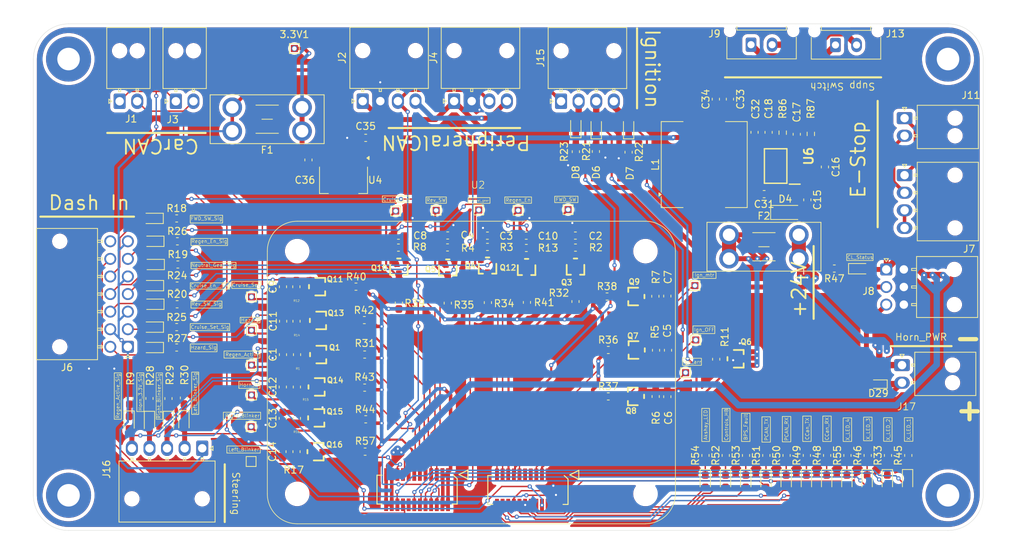
<source format=kicad_pcb>
(kicad_pcb (version 20241229) (generator "pcbnew") (generator_version "9.0")
  (layers (0 "F.Cu" signal) (2 "B.Cu" signal) (13 "F.Paste" user) (15 "B.Paste" user) (5 "F.SilkS" user "F.Silkscreen") (7 "B.SilkS" user "B.Silkscreen") (1 "F.Mask" user) (3 "B.Mask" user) (25 "Edge.Cuts" user))
  (net 0 "")
  (net 1 "/3.3V_LDO")
  (net 2 "/5v_3.3v_LDO/3.3V_LDO")
  (net 3 "GND")
  (net 4 "+24V")
  (net 5 "Net-(U6-SS)")
  (net 6 "Net-(U6-COMP)")
  (net 7 "Net-(C18-Pad2)")
  (net 8 "Net-(U6-BOOT)")
  (net 9 "Net-(D4-K)")
  (net 10 "/5V_LDO")
  (net 11 "/Extra_LED1")
  (net 12 "/Extra_LED2")
  (net 13 "/CarCan_RX_LED")
  (net 14 "/CarCan_TX_LED")
  (net 15 "/PH_Can_RX_LED")
  (net 16 "/PH_Can_TX_LED")
  (net 17 "/Controls_HB_LED")
  (net 18 "/BPS_Fault_LED")
  (net 19 "/Akshay_LED")
  (net 20 "/Extra_LED3")
  (net 21 "/Extra_LED4")
  (net 22 "/Regen_Active_Signal")
  (net 23 "Net-(Q6-D)")
  (net 24 "/Fwd_SW_GPIO")
  (net 25 "/Neutral_Gear_GPIO")
  (net 26 "/Rev_SW_GPIO")
  (net 27 "/Ign_OFF_GPIO")
  (net 28 "/Ign_arr_GPIO")
  (net 29 "/Ign_mtr_GPIO")
  (net 30 "/Cruise_Enable_GPIO_IN")
  (net 31 "/Cruise_Set_GPIO_IN")
  (net 32 "/Regen_Enable_GPIO_IN")
  (net 33 "/Hazard_GPIO_IN")
  (net 34 "/Right_Blinker_ON")
  (net 35 "/Left_Blinker_ON")
  (net 36 "/CarCan_H")
  (net 37 "/CarCan_L")
  (net 38 "/PerCan_L")
  (net 39 "/PerCan_H")
  (net 40 "/3.3V_LSOM")
  (net 41 "/Regen_Active_GPIO_IN")
  (net 42 "/Horn_24V_Signal_Out")
  (net 43 "/Horn_GPIO_OUT")
  (net 44 "/24v_5v_Buck/ROSC")
  (net 48 "/Horn_3.3V_Signal")
  (net 49 "/Right_Blinker_Signal")
  (net 50 "/Hazard_Signal")
  (net 51 "/Cruise_Set_Signal")
  (net 52 "/+24v_Horn")
  (net 53 "/+24v_Lights")
  (net 54 "/Dash/LV-")
  (net 55 "/Dash/LV_EN")
  (net 56 "/Dash/Contactor_IN1")
  (net 57 "/Regen_Enable_Signal")
  (net 58 "/Neutral_Gear_Signal")
  (net 59 "/Fwd_SW_Signal")
  (net 60 "/Cruise_Enable_Signal")
  (net 61 "/Rev_SW_Signal")
  (net 62 "/Ign_mtr_Signal")
  (net 63 "/Ign_arr_Signal")
  (net 64 "/Ign_off_Signal")
  (net 65 "/Left_Blinker_Signal")
  (net 66 "Net-(D1-K)")
  (net 67 "Net-(D2-K)")
  (net 68 "Net-(D3-K)")
  (net 69 "Net-(D5-K)")
  (net 70 "Net-(D6-K)")
  (net 71 "Net-(D7-K)")
  (net 72 "Net-(D8-K)")
  (net 73 "Net-(D9-K)")
  (net 74 "Net-(D10-K)")
  (net 75 "Net-(D11-K)")
  (net 76 "Net-(D12-K)")
  (net 77 "Net-(D13-K)")
  (net 78 "Net-(D14-K)")
  (net 79 "Net-(D15-K)")
  (net 80 "Net-(D16-K)")
  (net 81 "Net-(D17-K)")
  (net 82 "Net-(D18-K)")
  (net 83 "Net-(D19-K)")
  (net 84 "Net-(D20-K)")
  (net 85 "Net-(D21-K)")
  (net 86 "Net-(D22-K)")
  (net 87 "Net-(D23-K)")
  (net 88 "Net-(D24-K)")
  (net 89 "Net-(D25-K)")
  (net 90 "Net-(D26-K)")
  (net 91 "Net-(D27-K)")
  (net 92 "/Horn_GPIO_IN")
  (net 94 "/Indicator_PWM")
  (net 95 "/Dash/Contactor_OUT1")
  (net 96 "/Dash/Contactor_OUT2")
  (footprint "TestPoint:TestPoint_Pad_1.0x1.0mm" (layer "F.Cu") (at 148.3 84.45)
    (property "Reference" "Neutral_gear")
    (property "Value" "TestPoint")
  )
  (footprint "LED_SMD:LED_0603_1608Metric_Pad1.05x0.95mm_HandSolder" (layer "F.Cu") (at 194.875 123 -90)
    (property "Reference" "D20" (hide yes))
    (property "Value" "0603_SMD")
  )
  (footprint "TestPoint:TestPoint_Pad_1.0x1.0mm" (layer "F.Cu") (at 177.7 107.575)
    (property "Reference" "Ign_arr")
    (property "Value" "TestPoint")
  )
  (footprint "LSOM_IRLM:SOT23" (layer "F.Cu") (at 144.85 91.675 180)
    (property "Reference" "Q5")
    (property "Value" "NMOS")
  )
  (footprint "Capacitor_SMD:C_0603_1608Metric_Pad1.08x0.95mm_HandSolder" (layer "F.Cu") (at 164.95 76.1375 -90)
    (property "Reference" "R21")
    (property "Value" "150")
  )
  (footprint "Capacitor_SMD:C_0603_1608Metric_Pad1.08x0.95mm_HandSolder" (layer "F.Cu") (at 105.53 92.2)
    (property "Reference" "R19")
    (property "Value" "150")
  )
  (footprint "TestPoint:TestPoint_Pad_1.0x1.0mm" (layer "F.Cu") (at 116 101.55)
    (property "Reference" "Hazard")
    (property "Value" "TestPoint")
  )
  (footprint "Capacitor_SMD:C_0603_1608Metric_Pad1.08x0.95mm_HandSolder" (layer "F.Cu") (at 149.5375 88.1)
    (property "Reference" "C3")
    (property "Value" "5uF")
  )
  (footprint "LED_SMD:LED_0603_1608Metric_Pad1.05x0.95mm_HandSolder" (layer "F.Cu") (at 101.855 95.2 180)
    (property "Reference" "Cruise_En__Sig")
    (property "Value" "GPIO_Status_Blue")
  )
  (footprint "Capacitor_SMD:C_0603_1608Metric_Pad1.08x0.95mm_HandSolder" (layer "F.Cu") (at 101.5 111.2375 90)
    (property "Reference" "R28")
    (property "Value" "150")
  )
  (footprint "LED_SMD:LED_0603_1608Metric_Pad1.05x0.95mm_HandSolder" (layer "F.Cu") (at 101.5 114.725 -90)
    (property "Reference" "Horn_3.3V_Sig")
    (property "Value" "GPIO_Status_Blue")
  )
  (footprint "Capacitor_SMD:C_0603_1608Metric_Pad1.08x0.95mm_HandSolder" (layer "F.Cu") (at 155.05 88.1)
    (property "Reference" "C10")
    (property "Value" "5uF")
  )
  (footprint "TestPoint:TestPoint_Pad_1.0x1.0mm" (layer "F.Cu") (at 136.5 84.6)
    (property "Reference" "Cruise_En")
    (property "Value" "TestPoint")
  )
  (footprint "LED_SMD:LED_0603_1608Metric_Pad1.05x0.95mm_HandSolder" (layer "F.Cu") (at 169.6 72.675 90)
    (property "Reference" "D7")
    (property "Value" "GPIO_Status_Blue")
  )
  (footprint "Capacitor_SMD:C_0603_1608Metric_Pad1.08x0.95mm_HandSolder" (layer "F.Cu") (at 166.7125 110.95)
    (property "Reference" "R37")
    (property "Value" "100k")
  )
  (footprint "LED_SMD:LED_0603_1608Metric_Pad1.05x0.95mm_HandSolder" (layer "F.Cu") (at 206.375 123 -90)
    (property "Reference" "D18" (hide yes))
    (property "Value" "0603_SMD")
  )
  (footprint "LSOM_IRLM:SOT23" (layer "F.Cu") (at 124.3 108.65 -90)
    (property "Reference" "Q14")
    (property "Value" "NMOS")
  )
  (footprint "LED_SMD:LED_0603_1608Metric_Pad1.05x0.95mm_HandSolder" (layer "F.Cu") (at 162.1 72.525 90)
    (property "Reference" "D8")
    (property "Value" "GPIO_Status_Blue")
  )
  (footprint "Capacitor_SMD:C_0603_1608Metric_Pad1.08x0.95mm_HandSolder" (layer "F.Cu") (at 105.3675 104)
    (property "Reference" "R27")
    (property "Value" "150")
  )
  (footprint "Capacitor_SMD:C_0603_1608Metric_Pad1.08x0.95mm_HandSolder" (layer "F.Cu") (at 149.6 97.6125 90)
    (property "Reference" "R34")
    (property "Value" "100k")
  )
  (footprint "Capacitor_SMD:C_0603_1608Metric_Pad1.08x0.95mm_HandSolder" (layer "F.Cu") (at 120.4 118.8 90)
    (property "Reference" "C14")
    (property "Value" "5uF")
  )
  (footprint "Package_TO_SOT_SMD:SOT-223-3_TabPin2" (layer "F.Cu") (at 129.0825 80.2 -90)
    (property "Reference" "U4")
    (property "Value" "LT1963AEST-3.3#TRPBF")
  )
  (footprint "Capacitor_SMD:C_0603_1608Metric_Pad1.08x0.95mm_HandSolder" (layer "F.Cu") (at 149.5375 89.7)
    (property "Reference" "R3")
    (property "Value" "10k")
  )
  (footprint "TestPoint:TestPoint_Pad_1.0x1.0mm" (layer "F.Cu") (at 115.95 115.25)
    (property "Reference" "Right_Blinker")
    (property "Value" "TestPoint")
  )
  (footprint "LED_SMD:LED_0603_1608Metric_Pad1.05x0.95mm_HandSolder" (layer "F.Cu") (at 203.5 123 -90)
    (property "Reference" "D26" (hide yes))
    (property "Value" "0603_SMD")
  )
  (footprint "Capacitor_SMD:C_0603_1608Metric_Pad1.08x0.95mm_HandSolder" (layer "F.Cu") (at 175.1 96.6875 -90)
    (property "Reference" "C7")
    (property "Value" "5uF")
  )
  (footprint "LSOM_IRLM:SOT23" (layer "F.Cu") (at 171.7 105.3 90)
    (property "Reference" "Q7")
    (property "Value" "NMOS")
  )
  (footprint "Capacitor_SMD:C_0603_1608Metric_Pad1.08x0.95mm_HandSolder" (layer "F.Cu") (at 180.525 119.3375 90)
    (property "Reference" "R54")
    (property "Value" "20")
  )
  (footprint "Inductor_SMD:L_Coilcraft_MSS1246-XXX" (layer "F.Cu") (at 180.35 78 90)
    (property "Reference" "L1")
    (property "Value" "100uH")
  )
  (footprint "Capacitor_SMD:C_0603_1608Metric_Pad1.08x0.95mm_HandSolder" (layer "F.Cu") (at 122.45 109.6125 90)
    (property "Reference" "R15")
    (property "Value" "10k")
  )
  (footprint "LSOM_IRLM:SOT23" (layer "F.Cu") (at 163 91.55 180)
    (property "Reference" "Q3")
    (property "Value" "NMOS")
  )
  (footprint "Capacitor_SMD:C_0603_1608Metric_Pad1.08x0.95mm_HandSolder" (layer "F.Cu") (at 120.45 109.6125 90)
    (property "Reference" "C12")
    (property "Value" "5uF")
  )
  (footprint "LED_SMD:LED_0603_1608Metric_Pad1.05x0.95mm_HandSolder" (layer "F.Cu") (at 209.25 123 -90)
    (property "Reference" "D17" (hide yes))
    (property "Value" "0603_SMD")
  )
  (footprint "Capacitor_SMD:C_0603_1608Metric_Pad1.08x0.95mm_HandSolder" (layer "F.Cu") (at 106.4 111.1625 90)
    (property "Reference" "R30")
    (property "Value" "150")
  )
  (footprint "Capacitor_SMD:C_0603_1608Metric_Pad1.08x0.95mm_HandSolder" (layer "F.Cu") (at 206.4675 119.3375 90)
    (property "Reference" "R33")
    (property "Value" "65")
  )
  (footprint "LSOM_IRLM:SOT23" (layer "F.Cu") (at 124.25 113.05 -90)
    (property "Reference" "Q15")
    (property "Value" "NMOS")
  )
  (footprint "Capacitor_SMD:C_0603_1608Metric_Pad1.08x0.95mm_HandSolder" (layer "F.Cu") (at 132.2325 74.2 180)
    (property "Reference" "C35")
    (property "Value" "10uF" (hide yes))
  )
  (footprint "TestPoint:TestPoint_Pad_1.0x1.0mm" (layer "F.Cu") (at 116 110.75)
    (property "Reference" "Horn_In")
    (property "Value" "TestPoint")
  )
  (footprint "Capacitor_SMD:C_0603_1608Metric_Pad1.08x0.95mm_HandSolder" (layer "F.Cu") (at 122.45 114.0625 90)
    (property "Reference" "R16")
    (property "Value" "10k")
  )
  (footprint "Capacitor_SMD:C_0603_1608Metric_Pad1.08x0.95mm_HandSolder" (layer "F.Cu") (at 143.9 97.6875 90)
    (property "Reference" "R35")
    (property "Value" "100k")
  )
  (footprint "LED_SMD:LED_0603_1608Metric_Pad1.05x0.95mm_HandSolder" (layer "F.Cu") (at 165 72.675 90)
    (property "Reference" "D6")
    (property "Value" "GPIO_Status_Blue")
  )
  (footprint "Capacitor_SMD:C_0603_1608Metric_Pad1.08x0.95mm_HandSolder" (layer "F.Cu") (at 189.5 73.4125 90)
    (property "Reference" "C18")
    (property "Value" "3.3nF")
  )
  (footprint "TestPoint:TestPoint_Pad_1.0x1.0mm" (layer "F.Cu") (at 179.15 102.925)
    (property "Reference" "Ign_OFF")
    (property "Value" "TestPoint")
  )
  (footprint "Capacitor_SMD:C_0603_1608Metric_Pad1.08x0.95mm_HandSolder" (layer "F.Cu") (at 105.3675 85.65)
    (property "Reference" "R18")
    (property "Value" "150")
  )
  (footprint "Connector_Molex:Molex_Nano-Fit_105313-xx02_1x02_P2.50mm_Horizontal" (layer "F.Cu") (at 208.82 71.4)
    (property "Reference" "J11")
    (property "Value" "EStop1")
  )
  (footprint "Capacitor_SMD:C_0603_1608Metric_Pad1.08x0.95mm_HandSolder" (layer "F.Cu") (at 166.7125 104.35)
    (property "Reference" "R36")
    (property "Value" "100k")
  )
  (footprint "Capacitor_SMD:C_0603_1608Metric_Pad1.08x0.95mm_HandSolder" (layer "F.Cu") (at 130.85 95.35 180)
    (property "Reference" "R40")
    (property "Value" "100k")
  )
  (footprint "LED_SMD:LED_0603_1608Metric_Pad1.05x0.95mm_HandSolder" (layer "F.Cu") (at 101.955 92.2 180)
    (property "Reference" "Neutral_Gear_Sig")
    (property "Value" "GPIO_Status_Blue")
  )
  (footprint "TestPoint:TestPoint_Pad_1.0x1.0mm" (layer "F.Cu") (at 153.9 84.5)
    (property "Reference" "Regen_En")
    (property "Value" "TestPoint")
  )
  (footprint "Capacitor_SMD:C_0603_1608Metric_Pad1.08x0.95mm_HandSolder" (layer "F.Cu") (at 162.05 89.8)
    (property "Reference" "R2")
    (property "Value" "10k")
  )
  (footprint "Capacitor_SMD:C_0603_1608Metric_Pad1.08x0.95mm_HandSolder" (layer "F.Cu") (at 188.8625 82.2 180)
    (property "Reference" "C31")
    (property "Value" "0.1uF")
  )
  (footprint "Connector_Molex:Molex_Nano-Fit_105313-xx02_1x02_P2.50mm_Horizontal" (layer "F.Cu") (at 105.25 69 90)
    (property "Reference" "J3")
    (property "Value" "CarCANConnector_In")
  )
  (footprint "UTSVT_Special:LeaderSOM" (layer "F.Cu") (at 147.410079 130.249999 180)
    (property "Reference" "U2")
    (property "Value" "LeaderSOM")
  )
  (footprint "TestPoint:TestPoint_Pad_1.0x1.0mm" (layer "F.Cu") (at 161 84.4)
    (property "Reference" "FWD_SW")
    (property "Value" "TestPoint")
  )
  (footprint "Connector_Molex:Molex_Nano-Fit_105313-xx04_1x04_P2.50mm_Horizontal" (layer "F.Cu") (at 160 69 90)
    (property "Reference" "J15")
    (property "Value" "IgnConn_01x04")
  )
  (footprint "Capacitor_SMD:C_0603_1608Metric_Pad1.08x0.95mm_HandSolder" (layer "F.Cu") (at 122.375 95.3625 90)
    (property "Reference" "R12")
    (property "Value" "10k")
  )
  (footprint "Capacitor_SMD:C_0603_1608Metric_Pad1.08x0.95mm_HandSolder" (layer "F.Cu") (at 132.2375 114.2 180)
    (property "Reference" "R44")
    (property "Value" "100k")
  )
  (footprint "Capacitor_SMD:C_0603_1608Metric_Pad1.08x0.95mm_HandSolder" (layer "F.Cu") (at 132.0375 100.1 180)
    (property "Reference" "R42")
    (property "Value" "100k")
  )
  (footprint "MountingHole:MountingHole_3.2mm_M3_Pad_TopBottom" (layer "F.Cu") (at 90 63)
    (property "Reference" "H1" (hide yes))
    (property "Value" "M.3")
  )
  (footprint "Capacitor_SMD:C_0603_1608Metric_Pad1.08x0.95mm_HandSolder" (layer "F.Cu") (at 143.8625 89.775)
    (property "Reference" "R4")
    (property "Value" "10k")
  )
  (footprint "Fuse:Fuseholder_Blade_Mini_Keystone_3568" (layer "F.Cu") (at 183.875 87.975)
    (property "Reference" "F2")
    (property "Value" "Fuse")
  )
  (footprint "Capacitor_SMD:C_0603_1608Metric_Pad1.08x0.95mm_HandSolder" (layer "F.Cu") (at 124.095 77.3375 -90)
    (property "Reference" "C36")
    (property "Value" "10uF")
  )
  (footprint "Capacitor_SMD:C_0603_1608Metric_Pad1.08x0.95mm_HandSolder" (layer "F.Cu") (at 122.4 118.8 90)
    (property "Reference" "R17")
    (property "Value" "10k")
  )
  (footprint "Diode_SMD:D_SOD-123F" (layer "F.Cu") (at 192 84.8)
    (property "Reference" "D4")
    (property "Value" "MBR230S1F")
  )
  (footprint "LSOM_IRLM:SOT23" (layer "F.Cu") (at 150.5 91.4 180)
    (property "Reference" "Q4")
    (property "Value" "NMOS")
  )
  (footprint "Capacitor_SMD:C_0603_1608Metric_Pad1.08x0.95mm_HandSolder" (layer "F.Cu") (at 200.7025 119.3375 90)
    (property "Reference" "R55")
    (property "Value" "65")
  )
  (footprint "Capacitor_SMD:C_0603_1608Metric_Pad1.08x0.95mm_HandSolder" (layer "F.Cu") (at 209.35 119.3375 90)
    (property "Reference" "R45")
    (property "Value" "65")
  )
  (footprint "Capacitor_SMD:C_0603_1608Metric_Pad1.08x0.95mm_HandSolder" (layer "F.Cu") (at 162.0375 88.09)
    (property "Reference" "C2")
    (property "Value" "5uF")
  )
  (footprint "TestPoint:TestPoint_Pad_1.0x1.0mm" (layer "F.Cu") (at 116 96.8)
    (property "Reference" "Cruise_Set")
    (property "Value" "TestPoint")
  )
  (footprint "Capacitor_SMD:C_0603_1608Metric_Pad1.08x0.95mm_HandSolder" (layer "F.Cu") (at 98.65 111.2 90)
    (property "Reference" "R9")
    (property "Value" "150")
  )
  (footprint "TestPoint:TestPoint_Pad_1.0x1.0mm" (layer "F.Cu") (at 142.25 84.5)
    (property "Reference" "Rev_SW")
    (property "Value" "TestPoint")
  )
  (footprint "Capacitor_SMD:C_0603_1608Metric_Pad1.08x0.95mm_HandSolder" (layer "F.Cu") (at 186.29 119.3375 90)
    (property "Reference" "R53")
    (property "Value" "20")
  )
  (footprint "Capacitor_SMD:C_0603_1608Metric_Pad1.08x0.95mm_HandSolder" (layer "F.Cu") (at 175.2 104.3875 -90)
    (property "Reference" "C5")
    (property "Value" "5uF")
  )
  (footprint "LSOM_IRLM:SOT23" (layer "F.Cu") (at 137.9 91.55 180)
    (property "Reference" "Q10")
    (property "Value" "NMOS")
  )
  (footprint "LED_SMD:LED_0603_1608Metric_Pad1.05x0.95mm_HandSolder" (layer "F.Cu") (at 200.625 123 -90)
    (property "Reference" "D27" (hide yes))
    (property "Value" "0603_SMD")
  )
  (footprint "Capacitor_SMD:C_0603_1608Metric_Pad1.08x0.95mm_HandSolder" (layer "F.Cu") (at 162.1 76.1625 -90)
    (property "Reference" "R23")
    (property "Value" "150")
  )
  (footprint "Capacitor_SMD:C_0603_1608Metric_Pad1.08x0.95mm_HandSolder" (layer "F.Cu") (at 173.45 110.9625 -90)
    (property "Reference" "R6")
    (property "Value" "10k")
  )
  (footprint "Capacitor_SMD:C_0603_1608Metric_Pad1.08x0.95mm_HandSolder" (layer "F.Cu") (at 184 68.7 90)
    (property "Reference" "C33")
    (property "Value" "10uF")
  )
  (footprint "Capacitor_SMD:C_0603_1608Metric_Pad1.08x0.95mm_HandSolder" (layer "F.Cu") (at 175.1 110.9875 -90)
    (property "Reference" "C6")
    (property "Value" "5uF")
  )
  (footprint "Resistor_SMD:R_0603_1608Metric_Pad0.98x0.95mm_HandSolder" (layer "F.Cu") (at 195.5 73.6375 90)
    (property "Reference" "R87")
    (property "Value" "ROSC")
  )
  (footprint "LED_SMD:LED_0603_1608Metric_Pad1.05x0.95mm_HandSolder" (layer "F.Cu") (at 189.125 123 -90)
    (property "Reference" "D22" (hide yes))
    (property "Value" "0603_SMD")
  )
  (footprint "Capacitor_SMD:C_0603_1608Metric_Pad1.08x0.95mm_HandSolder" (layer "F.Cu") (at 194.9375 119.3375 90)
    (property "Reference" "R49")
    (property "Value" "20")
  )
  (footprint "Connector_Molex:Molex_Nano-Fit_105314-xx14_2x07_P2.50mm_Horizontal" (layer "F.Cu") (at 98.43 103.9 180)
    (property "Reference" "J6")
    (property "Value" "Conn_2Rows-13Pins")
  )
  (footprint "Capacitor_SMD:C_0603_1608Metric_Pad1.08x0.95mm_HandSolder" (layer "F.Cu") (at 198.8375 92.775 180)
    (property "Reference" "R47")
    (property "Value" "1.1k")
  )
  (footprint "LED_SMD:LED_0603_1608Metric_Pad1.05x0.95mm_HandSolder" (layer "F.Cu") (at 101.905 88.9 180)
    (property "Reference" "Regen_En_Sig")
    (property "Value" "GPIO_Status_Blue")
  )
  (footprint "Capacitor_SMD:C_0603_1608Metric_Pad1.08x0.95mm_HandSolder" (layer "F.Cu") (at 187.5 73.4125 90)
    (property "Reference" "C32")
    (property "Value" "10uF")
  )
  (footprint "Capacitor_SMD:C_0603_1608Metric_Pad1.08x0.95mm_HandSolder" (layer "F.Cu") (at 105.43 97.85)
    (property "Reference" "R20")
    (property "Value" "150")
  )
  (footprint "Capacitor_SMD:C_0603_1608Metric_Pad1.08x0.95mm_HandSolder" (layer "F.Cu") (at 120.475 95.3625 90)
    (property "Reference" "C9")
    (property "Value" "5uF")
  )
  (footprint "Capacitor_SMD:C_0603_1608Metric_Pad1.08x0.95mm_HandSolder" (layer "F.Cu") (at 143.8875 88.075)
    (property "Reference" "C4")
    (property "Value" "5uF")
  )
  (footprint "Capacitor_SMD:C_0603_1608Metric_Pad1.08x0.95mm_HandSolder" (layer "F.Cu") (at 155.0625 89.85)
    (property "Reference" "R13")
    (property "Value" "10k")
  )
  (footprint "Capacitor_SMD:C_0603_1608Metric_Pad1.08x0.95mm_HandSolder" (layer "F.Cu") (at 182 68.7 90)
    (property "Reference" "C34")
    (property "Value" "10uF" (hide yes))
  )
  (footprint "Capacitor_SMD:C_0603_1608Metric_Pad1.08x0.95mm_HandSolder" (layer "F.Cu") (at 173.4 96.7125 -90)
    (property "Reference" "R7")
    (property "Value" "10k")
  )
  (footprint "Resistor_SMD:R_0603_1608Metric_Pad0.98x0.95mm_HandSolder" (layer "F.Cu") (at 191.5 73.4625 90)
    (property "Reference" "R86")
    (property "Value" "16k")
  )
  (footprint "Capacitor_SMD:C_0603_1608Metric_Pad1.08x0.95mm_HandSolder" (layer "F.Cu") (at 120.45 114.0625 90)
    (property "Reference" "C13")
    (property "Value" "5uF")
  )
  (footprint "Capacitor_SMD:C_0603_1608Metric_Pad1.08x0.95mm_HandSolder" (layer "F.Cu") (at 197.82 119.3375 90)
    (property "Reference" "R48")
    (property "Value" "20")
  )
  (footprint "Connector_Molex:Molex_Nano-Fit_105313-xx05_1x05_P2.50mm_Horizontal" (layer "F.Cu") (at 109 118.32 -90)
    (property "Reference" "J16")
    (property "Value" "SteeringConn_01x05")
  )
  (footprint "TestPoint:TestPoint_Pad_1.0x1.0mm" (layer "F.Cu") (at 116 106.5)
    (property "Reference" "Regen_Active")
    (property "Value" "TestPoint")
  )
  (footprint "Connector_Molex:Molex_Nano-Fit_105313-xx02_1x02_P2.50mm_Horizontal" (layer "F.Cu") (at 208.46 106.5)
    (property "Reference" "J17")
    (property "Value" "Conn_01x02")
  )
  (footprint "LED_SMD:LED_0603_1608Metric_Pad1.05x0.95mm_HandSolder" (layer "F.Cu") (at 101.83 101.1 180)
    (property "Reference" "Cruise_Set_Sig")
    (property "Value" "GPIO_Status_Blue")
  )
  (footprint "LED_SMD:LED_0603_1608Metric_Pad1.05x0.95mm_HandSolder" (layer "F.Cu") (at 101.805 85.65 180)
    (property "Reference" "FWD_SW_Sig")
    (property "Value" "GPIO_Status_Blue")
  )
  (footprint "LSOM_IRLM:SOT23" (layer "F.Cu") (at 124.15 117.85 -90)
    (property "Reference" "Q16")
    (property "Value" "NMOS")
  )
  (footprint "LED_SMD:LED_0603_1608Metric_Pad1.05x0.95mm_HandSolder" (layer "F.Cu") (at 104.2 114.725 -90)
    (property "Reference" "Right_Blinker_Sig")
    (property "Value" "GPIO_Status_Blue")
  )
  (footprint "Capacitor_SMD:C_0603_1608Metric_Pad1.08x0.95mm_HandSolder" (layer "F.Cu") (at 104.2 111.25 90)
    (property "Reference" "R29")
    (property "Value" "150")
  )
  (footprint "Connector_Molex:Molex_Nano-Fit_105314-xx06_2x03_P2.50mm_Horizontal" (layer "F.Cu") (at 206.22 92.9)
    (property "Reference" "J8")
    (property "Value" "Dash_Lsom_Horn_Lights_PWR")
  )
  (footprint "TestPoint:TestPoint_Pad_1.0x1.0mm" (layer "F.Cu") (at 122.1 61.5)
    (property "Reference" "3.3V1")
    (property "Value" "TestPoint")
  )
  (footprint "Capacitor_SMD:C_0603_1608Metric_Pad1.08x0.95mm_HandSolder" (layer "F.Cu") (at 183.4075 119.3375 90)
    (property "Reference" "R52")
    (property "Value" "20")
  )
  (footprint "LSOM_IRLM:SOT23" (layer "F.Cu") (at 124.5 99.2 -90)
    (property "Reference" "Q13")
    (property "Value" "NMOS")
  )
  (footprint "LED_SMD:LED_0603_1608Metric_Pad1.05x0.95mm_HandSolder" (layer "F.Cu") (at 192 123 -90)
    (property "Reference" "D21" (hide yes))
    (property "Value" "0603_SMD")
  )
  (footprint "Capacitor_SMD:C_0603_1608Metric_Pad1.08x0.95mm_HandSolder" (layer "F.Cu") (at 105.4675 88.9)
    (property "Reference" "R26")
    (property "Value" "150")
  )
  (footprint "MountingHole:MountingHole_3.2mm_M3_Pad_TopBottom" (layer "F.Cu") (at 90 125)
    (property "Reference" "H4" (hide yes))
    (property "Value" "M.3")
  )
  (footprint "MountingHole:MountingHole_3.2mm_M3_Pad_TopBottom" (layer "F.Cu") (at 215 63)
    (property "Reference" "H2" (hide yes))
    (property "Value" "M.3")
  )
  (footprint "Capacitor_SMD:C_0603_1608Metric_Pad1.08x0.95mm_HandSolder" (layer "F.Cu") (at 203.585 119.3375 90)
    (property "Reference" "R46")
    (property "Value" "65")
  )
  (footprint "Capacitor_SMD:C_0603_1608Metric_Pad1.08x0.95mm_HandSolder" (layer "F.Cu") (at 173.5 104.3875 -90)
    (property "Reference" "R5")
    (property "Value" "10k")
  )
  (footprint "Capacitor_SMD:C_0603_1608Metric_Pad1.08x0.95mm_HandSolder" (layer "F.Cu") (at 105.3675 101.1)
    (property "Reference" "R25")
    (property "Value" "150")
  )
  (footprint "TestPoint:TestPoint_Pad_1.0x1.0mm" (layer "F.Cu") (at 115.95 120.2)
    (property "Reference" "Left_Blinker")
    (property "Value" "TestPoint" (hide yes))
  )
  (footprint "Capacitor_SMD:C_0603_1608Metric_Pad1.08x0.95mm_HandSolder" (layer "F.Cu") (at 197.5 78.3375 90)
    (property "Reference" "C16")
    (property "Value" "1uF")
  )
  (footprint "Capacitor_SMD:C_0603_1608Metric_Pad1.08x0.95mm_HandSolder" (layer "F.Cu") (at 120.5 100.2625 90)
    (property "Reference" "C11")
    (property "Value" "5uF")
  )
  (footprint "Capacitor_SMD:C_0603_1608Metric_Pad1.08x0.95mm_HandSolder" (layer "F.Cu") (at 195 83.0125 -90)
    (property "Reference" "C15")
    (property "Value" "10uF")
  )
  (footprint "UTSVT_Power:TPS5405DR" (layer "F.Cu") (at 190.5 78.2 180)
    (property "Reference" "U6")
    (property "Value" "TPS5405DR" (hide yes))
  )
  (footprint "LSOM_IRLM:SOT23" (layer "F.Cu") (at 171.65 97.7 90)
    (property "Reference" "Q9")
    (property "Value" "NMOS")
  )
  (footprint "LED_SMD:LED_0603_1608Metric_Pad1.05x0.95mm_HandSolder" (layer "F.Cu") (at 98.6 114.675 -90)
    (property "Reference" "Regen_Active_Sig")
    (property "Value" "GPIO_Status_Blue")
  )
  (footprint "Capacitor_SMD:C_0603_1608Metric_Pad1.08x0.95mm_HandSolder" (layer "F.Cu") (at 166.5375 96.75)
    (property "Reference" "R38")
    (property "Value" "100k")
  )
  (footprint "LED_SMD:LED_0603_1608Metric_Pad1.05x0.95mm_HandSolder" (layer "F.Cu") (at 197.75 123 -90)
    (property "Reference" "D19" (hide yes))
    (property "Value" "0603_SMD")
  )
  (footprint "LED_SMD:LED_0603_1608Metric_Pad1.05x0.95mm_HandSolder" (layer "F.Cu") (at 202.525 92.8)
    (property "Reference" "D16" (hide yes))
    (property "Value" "Controls_Leader_Status_Red")
  )
  (footprint "LED_SMD:LED_0603_1608Metric_Pad1.05x0.95mm_HandSolder" (layer "F.Cu") (at 180.5 123 -90)
    (property "Reference" "D25" (hide yes))
    (property "Value" "0603_SMD")
  )
  (footprint "LED_SMD:LED_0603_1608Metric_Pad1.05x0.95mm_HandSolder" (layer "F.Cu") (at 186.25 123 -90)
    (property "Reference" "D24" (hide yes))
    (property "Value" "0603_SMD")
  )
  (footprint "LED_SMD:LED_0603_1608Metric_Pad1.05x0.95mm_HandSolder" (layer "F.Cu") (at 101.83 104 180)
    (property "Reference" "Hzard_Sig")
    (property "Value" "GPIO_Status_Blue")
  )
  (footprint "Capacitor_SMD:C_0603_1608Metric_Pad1.08x0.95mm_HandSolder" (layer "F.Cu") (at 132.15 118.8 180)
    (property "Reference" "R57")
    (property "Value" "100k")
  )
  (footprint "Capacitor_SMD:C_0603_1608Metric_Pad1.08x0.95mm_HandSolder" (layer "F.Cu") (at 132.0875 109.7 180)
    (property "Reference" "R43")
    (property "Value" "100k")
  )
  (footprint "LSOM_IRLM:SOT23" (layer "F.Cu") (at 124.375 94.4 -90)
    (property "Reference" "Q11")
    (property "Value" "NMOS")
  )
  (footprint "LSOM_IRLM:SOT23" (layer "F.Cu") (at 183.85 104.65 -90)
    (property "Reference" "Q6")
    (property "Value" "NMOS")
  )
  (footprint "Connector_Molex:Molex_Micro-Fit_3.0_43650-0215_1x02_P3.00mm_Vertical" (layer "F.Cu") (at 187 60.96)
    (property "Reference" "J9")
    (property "Value" "Supp_In")
  )
  (footprint "Capacitor_SMD:C_0603_1608Metric_Pad1.08x0.95mm_HandSolder" (layer "F.Cu") (at 136.8875 89.8)
    (property "Reference" "R8")
    (property "Value" "10k")
  )
  (footprint "LSOM_IRLM:SOT23" (layer "F.Cu") (at 124.525 104.05 -90)
    (property "Reference" "Q1")
    (property "Value" "NMOS")
  )
  (footprint "Capacitor_SMD:C_0603_1608Metric_Pad1.08x0.95mm_HandSolder" (layer "F.Cu") (at 182.05 105.6625 -90)
    (property "Reference" "R11")
    (property "Value" "10k")
  )
  (footprint "Capacitor_SMD:C_0603_1608Metric_Pad1.08x0.95mm_HandSolder" (layer "F.Cu") (at 155.15 97.5875 90)
    (property "Reference" "R41")
    (property "Value" "100k")
  )
  (footprint "LED_SMD:LED_0603_1608Metric_Pad1.05x0.95mm_HandSolder" (layer "F.Cu") (at 101.905 97.85 180)
    (property "Reference" "Rev_SW_Sig")
    (property "Value" "GPIO_Status_Blue")
  )
  (footprint "Fuse:Fuseholder_Blade_Mini_Keystone_3568" (layer "F.Cu") (at 123.19 73.25 180)
    (property "Reference" "F1")
    (property "Value" "Fuse")
  )
  (footprint "Diode_SMD:D_SOD-523" (layer "F.Cu") (at 205.1 109.2 180)
    (property "Reference" "D29")
    (property "Value" "VSSAF522-M3/H")
  )
  (footprint "Connector_Molex:Molex_Nano-Fit_105313-xx04_1x04_P2.50mm_Horizontal" (layer "F.Cu") (at 144.8 68.98 90)
    (property "Reference" "J4")
    (property "Value" "PeripheralCAN_in")
  )
  (footprint "LSOM_IRLM:SOT23" (layer "F.Cu") (at 156.05 91.6 180)
    (property "Reference" "Q12")
    (property "Value" "NMOS")
  )
  (footprint "Connector_Molex:Molex_Nano-Fit_105313-xx04_1x04_P2.50mm_Horizontal" (layer "F.Cu") (at 208.82 79.5)
    (property "Reference" "J7")
    (property "Value" "Conn_01x04")
  )
  (footprint "Capacitor_SMD:C_0603_1608Metric_Pad1.08x0.95mm_HandSolder" (layer "F.Cu") (at 192.055 119.3375 90)
    (property "Reference" "R50")
    (property "Value" "20")
  )
  (footprint "MountingHole:MountingHole_3.2mm_M3_Pad_TopBottom" (layer "F.Cu") (at 215 125)
    (property "Reference" "H3" (hide yes))
    (property "Value" "M.3")
  )
  (footprint "Capacitor_SMD:C_0603_1608Metric_Pad1.08x0.95mm_HandSolder" (layer "F.Cu") (at 132.0875 105 180)
    (property "Reference" "R31")
    (property "Value" "100k")
  )
  (footprint "Capacitor_SMD:C_0603_1608Metric_Pad1.08x0.95mm_HandSolder" (layer "F.Cu") (at 105.43 95.2)
    (property "Reference" "R24")
    (property "Value" "150")
  )
  (footprint "Capacitor_SMD:C_0603_1608Metric_Pad1.08x0.95mm_HandSolder" (layer "F.Cu") (at 189.1725 119.3375 90)
    (property "Reference" "R51")
    (property "Value" "20")
  )
  (footprint "LSOM_IRLM:SOT23" (layer "F.Cu") (at 171.6 111.9 90)
    (property "Reference" "Q8")
    (property "Value" "NMOS")
  )
  (footprint "Capacitor_SMD:C_0603_1608Metric_Pad1.08x0.95mm_HandSolder" (layer "F.Cu") (at 122.475 105.0125 90)
    (property "Reference" "R1")
    (property "Value" "10k")
  )
  (footprint "Connector_Molex:Molex_Nano-Fit_105313-xx02_1x02_P2.50mm_Horizontal" (layer "F.Cu") (at 97.26 69 90)
    (property "Reference" "J1")
    (property "Value" "CarCANConnector_Out")
  )
  (footprint "Capacitor_SMD:C_0603_1608Metric_Pad1.08x0.95mm_HandSolder" (layer "F.Cu") (at 193.5 73.6875 90)
    (property "Reference" "C17")
    (property "Value" "10nF")
  )
  (footprint "Capacitor_SMD:C_0603_1608Metric_Pad1.08x0.95mm_HandSolder" (layer "F.Cu") (at 136.8875 88.1)
    (property "Reference" "C8")
    (property "Value" "5uF")
  )
  (footprint "Capacitor_SMD:C_0603_1608Metric_Pad1.08x0.95mm_HandSolder" (layer "F.Cu") (at 162.05 97.4625 90)
    (property "Reference" "R32")
    (property "Value" "100k")
  )
  (footprint "Capacitor_SMD:C_0603_1608Metric_Pad1.08x0.95mm_HandSolder" (layer "F.Cu") (at 120.475 105.0125 90)
    (property "Reference" "C1")
    (property "Value" "5uF")
  )
  (footprint "Connector_Molex:Molex_Micro-Fit_3.0_43650-0215_1x02_P3.00mm_Vertical" (layer "F.Cu") (at 199 61)
    (property "Reference" "J13")
    (property "Value" "Supp_Out")
  )
  (footprint "Capacitor_SMD:C_0603_1608Metric_Pad1.08x0.95mm_HandSolder" (layer "F.Cu") (at 169.6 76.2375 -90)
    (property "Reference" "R22")
    (property "Value" "150")
  )
  (footprint "LED_SMD:LED_0603_1608Metric_Pad1.05x0.95mm_HandSolder" (layer "F.Cu") (at 106.4 114.625 -90)
    (property "Reference" "Left_Blinker_Sig")
    (property "Value" "GPIO_Status_Blue")
  )
  (footprint "LED_SMD:LED_0603_1608Metric_Pad1.05x0.95mm_HandSolder" (layer "F.Cu") (at 183.375 123 -90)
    (property "Reference" "D23" (hide yes))
    (property "Value" "0603_SMD")
  )
  (footprint "Capacitor_SMD:C_0603_1608Metric_Pad1.08x0.95mm_HandSolder" (layer "F.Cu") (at 136.95 97.6625 90)
    (property "Reference" "R39")
    (property "Value" "100k")
  )
  (footprint "TestPoint:TestPoint_Pad_1.0x1.0mm" (layer "F.Cu") (at 179.025 95.2)
    (property "Reference" "Ign_mtr")
    (property "Value" "TestPoint")
  )
  (footprint "Connector_Molex:Molex_Nano-Fit_105313-xx04_1x04_P2.50mm_Horizontal" (layer "F.Cu") (at 131.81 68.98 90)
    (property "Reference" "J2")
    (property "Value" "PeripheralCAN_out")
  )
  (footprint "Capacitor_SMD:C_0603_1608Metric_Pad1.08x0.95mm_HandSolder" (layer "F.Cu") (at 122.4 100.2625 90)
    (property "Reference" "R14")
    (property "Value" "10k")
  )
  (gr_rect (start 180 112.65) (end 181.1 117.35) (stroke (width 0.1)) (fill no) (layer "F.SilkS"))
  (gr_rect (start 107.4 97.4) (end 111.8 98.4) (stroke (width 0.1)) (fill no) (layer "F.SilkS"))
  (gr_rect (start 188.55 113.85) (end 189.75 117.45) (stroke (width 0.1)) (fill no) (layer "F.SilkS"))
  (gr_line (start 112.2 120.6) (end 112.2 128.8) (stroke (width 0.3)) (layer "F.SilkS"))
  (gr_rect (start 114.2 108.8) (end 117.2 109.8) (stroke (width 0.1)) (fill no) (layer "F.SilkS"))
  (gr_line (start 195.9 89.576967) (end 195.9 99.923033) (stroke (width 0.3)) (layer "F.SilkS"))
  (gr_rect (start 208.8 113.975) (end 210 117.325) (stroke (width 0.1)) (fill no) (layer "F.SilkS"))
  (gr_rect (start 152 82.6) (end 155.8 83.5) (stroke (width 0.1)) (fill no) (layer "F.SilkS"))
  (gr_rect (start 107.3 94.8) (end 112.9 95.7) (stroke (width 0.1)) (fill no) (layer "F.SilkS"))
  (gr_rect (start 185.65 113.35) (end 186.85 117.35) (stroke (width 0.1)) (fill no) (layer "F.SilkS"))
  (gr_rect (start 203 113.9) (end 204.2 117.25) (stroke (width 0.1)) (fill no) (layer "F.SilkS"))
  (gr_rect (start 99.7 107.6) (end 100.7 113.1) (stroke (width 0.1)) (fill no) (layer "F.SilkS"))
  (gr_rect (start 146.8 82.7) (end 149.9 83.5) (stroke (width 0.1)) (fill no) (layer "F.SilkS"))
  (gr_rect (start 200.1 114) (end 201.3 117.35) (stroke (width 0.1)) (fill no) (layer "F.SilkS"))
  (gr_line (start 95.5 73.5) (end 109.48 73.5) (stroke (width 0.3)) (layer "F.SilkS"))
  (gr_rect (start 107.3 85.2) (end 111.9 86.3) (stroke (width 0.1)) (fill no) (layer "F.SilkS"))
  (gr_line (start 170.8 58.65) (end 170.8 70) (stroke (width 0.3)) (layer "F.SilkS"))
  (gr_rect (start 200.6 90.7) (end 204.35 91.634264) (stroke (width 0.1)) (fill no) (layer "F.SilkS"))
  (gr_rect (start 182.9 112.65) (end 184 117.35) (stroke (width 0.1)) (fill no) (layer "F.SilkS"))
  (gr_rect (start 177.25 105.525) (end 179.95 106.525) (stroke (width 0.1)) (fill no) (layer "F.SilkS"))
  (gr_rect (start 134.6 82.45) (end 138.4 83.35) (stroke (width 0.1)) (fill no) (layer "F.SilkS"))
  (gr_rect (start 191.45 113.8) (end 192.65 117.4) (stroke (width 0.1)) (fill no) (layer "F.SilkS"))
  (gr_rect (start 112.5 118) (end 117.25 119) (stroke (width 0.1)) (fill no) (layer "F.SilkS"))
  (gr_rect (start 178.725 93.275) (end 182.025 94.175) (stroke (width 0.1)) (fill no) (layer "F.SilkS"))
  (gr_rect (start 112.1 104.5) (end 117.2 105.5) (stroke (width 0.1)) (fill no) (layer "F.SilkS"))
  (gr_rect (start 107.3 103.5) (end 111.1 104.6) (stroke (width 0.1)) (fill no) (layer "F.SilkS"))
  (gr_rect (start 107.4 91.9) (end 113.8 92.8) (stroke (width 0.1)) (fill no) (layer "F.SilkS"))
  (gr_rect (start 96.5 107.6) (end 97.5 114.2) (stroke (width 0.1)) (fill no) (layer "F.SilkS"))
  (gr_rect (start 194.35 113.75) (end 195.55 117.35) (stroke (width 0.1)) (fill no) (layer "F.SilkS"))
  (gr_line (start 183.3 65.6) (end 205.49 65.6) (stroke (width 0.3)) (layer "F.SilkS"))
  (gr_rect (start 205.85 113.975) (end 207.05 117.325) (stroke (width 0.1)) (fill no) (layer "F.SilkS"))
  (gr_rect (start 113.2 94.6) (end 117.3 95.6) (stroke (width 0.1)) (fill no) (layer "F.SilkS"))
  (gr_rect (start 112 113.2) (end 117.3 114.2) (stroke (width 0.1)) (fill no) (layer "F.SilkS"))
  (gr_line (start 135.5 72.8) (end 154.18 72.8) (stroke (width 0.3)) (layer "F.SilkS"))
  (gr_line (start 205 68.95) (end 205 86.9) (stroke (width 0.3)) (layer "F.SilkS"))
  (gr_rect (start 102.45 107.6) (end 103.35 114.2) (stroke (width 0.08)) (fill no) (layer "F.SilkS"))
  (gr_rect (start 140.8 82.6) (end 143.7 83.5) (stroke (width 0.1)) (fill no) (layer "F.SilkS"))
  (gr_line (start 86 85.4) (end 99.3 85.4) (stroke (width 0.3)) (layer "F.SilkS"))
  (gr_rect (start 114.4 99.7) (end 117.2 100.5) (stroke (width 0.1)) (fill no) (layer "F.SilkS"))
  (gr_line (start 206.853934 103.8) (end 215.5 103.8) (stroke (width 0.3)) (layer "F.SilkS"))
  (gr_rect (start 107.3 100.6) (end 112.9 101.6) (stroke (width 0.1)) (fill no) (layer "F.SilkS"))
  (gr_rect (start 159.1 82.5) (end 162.4 83.4) (stroke (width 0.1)) (fill no) (layer "F.SilkS"))
  (gr_rect (start 178.75 100.925) (end 181.85 102.025) (stroke (width 0.1)) (fill no) (layer "F.SilkS"))
  (gr_rect (start 197.2 113.75) (end 198.4 117.35) (stroke (width 0.1)) (fill no) (layer "F.SilkS"))
  (gr_rect (start 107.5 107.5) (end 108.5 113.5) (stroke (width 0.1)) (fill no) (layer "F.SilkS"))
  (gr_rect (start 107.4 88.5) (end 112.6 89.5) (stroke (width 0.1)) (fill no) (layer "F.SilkS"))
  (gr_line (start 85 63) (end 85 125) (stroke (width 0.05)) (layer "Edge.Cuts"))
  (gr_arc (start 85 63) (mid 86.464466 59.464466) (end 90 58) (stroke (width 0.05)) (layer "Edge.Cuts"))
  (gr_arc (start 220 125) (mid 218.535534 128.535534) (end 215 130) (stroke (width 0.05)) (layer "Edge.Cuts"))
  (gr_arc (start 90 130) (mid 86.464466 128.535534) (end 85 125) (stroke (width 0.05)) (layer "Edge.Cuts"))
  (gr_line (start 215 58) (end 90 58) (stroke (width 0.05)) (layer "Edge.Cuts"))
  (gr_arc (start 215 58) (mid 218.535534 59.464466) (end 220 63) (stroke (width 0.05)) (layer "Edge.Cuts"))
  (gr_line (start 90 130) (end 215 130) (stroke (width 0.05)) (layer "Edge.Cuts"))
  (gr_line (start 220 125) (end 220 63) (stroke (width 0.05)) (layer "Edge.Cuts"))
  (gr_text "Ignition" (at 171.8 58.6 270) (layer "F.SilkS") (effects (font (size 2 2) (thickness 0.25)) (justify left bottom)))
  (gr_text "PCAN_RX" (at 192.05 115.6 90) (layer "F.SilkS") (effects (font (size 0.5 0.5) (thickness 0.0625))))
  (gr_text "Controls_HB" (at 183.5 114.95 90) (layer "F.SilkS") (effects (font (size 0.5 0.5) (thickness 0.0625))))
  (gr_text "X_LED_4" (at 200.75 115.675 90) (layer "F.SilkS") (effects (font (size 0.5 0.5) (thickness 0.0625))))
  (gr_text "PCAN_TX" (at 189.2 115.65 90) (layer "F.SilkS") (effects (font (size 0.5 0.5) (thickness 0.0625))))
  (gr_text "+24V" (at 195 99.923033 90) (layer "F.SilkS") (effects (font (size 2 2) (thickness 0.25)) (justify left bottom)))
  (gr_text "Akshay_LED" (at 180.55 115 90) (layer "F.SilkS") (effects (font (size 0.5 0.5) (thickness 0.0625))))
  (gr_text "X_LED_2" (at 206.5 115.675 90) (layer "F.SilkS") (effects (font (size 0.5 0.5) (thickness 0.0625))))
  (gr_text "PeripheralCAN" (at 155.8 73.7 180) (layer "F.SilkS") (effects (font (size 2 2) (thickness 0.25)) (justify left bottom)))
  (gr_text "Steering" (at 113.2 121.6 270) (layer "F.SilkS") (effects (font (size 1 1) (thickness 0.125)) (justify left bottom)))
  (gr_text "CCan_TX" (at 195 115.55 90) (layer "F.SilkS") (effects (font (size 0.5 0.5) (thickness 0.0625))))
  (gr_text "CarCAN" (at 108.7 74.2 180) (layer "F.SilkS") (effects (font (size 2 2) (thickness 0.25)) (justify left bottom)))
  (gr_text "CL_Status" (at 202.5 91.176396 0) (layer "F.SilkS") (effects (font (size 0.5 0.5) (thickness 0.0625))))
  (gr_text "CCan_RX" (at 197.8 115.55 90) (layer "F.SilkS") (effects (font (size 0.5 0.5) (thickness 0.0625))))
  (gr_text "Horn_PWR" (at 207.4 103.1 0) (layer "F.SilkS") (effects (font (size 1 1) (thickness 0.125)) (justify left bottom)))
  (gr_text "+" (at 215.8 114.6 0) (layer "F.SilkS") (effects (font (size 3 3) (thickness 0.6) (bold yes)) (justify left bottom)))
  (gr_text "E-Stop" (at 203.4 82.92 90) (layer "F.SilkS") (effects (font (size 2 2) (thickness 0.25)) (justify left bottom)))
  (gr_text "Dash In" (at 87 84.6 0) (layer "F.SilkS") (effects (font (size 2 2) (thickness 0.25)) (justify left bottom)))
  (gr_text "BPS_Fault" (at 186.25 115.3 90) (layer "F.SilkS") (effects (font (size 0.5 0.5) (thickness 0.0625))))
  (gr_text "Supp Switch" (at 204.71 66.3 180) (layer "F.SilkS") (effects (font (size 1 1) (thickness 0.125)) (justify left bottom)))
  (gr_text "-" (at 215.6 104.35 0) (layer "F.SilkS") (effects (font (size 3 3) (thickness 0.6) (bold yes)) (justify left bottom)))
  (gr_text "X_LED_1" (at 209.4 115.65 90) (layer "F.SilkS") (effects (font (size 0.5 0.5) (thickness 0.0625))))
  (gr_text "X_LED_3" (at 203.65 115.575 90) (layer "F.SilkS") (effects (font (size 0.5 0.5) (thickness 0.0625))))
  (segment (start 118.57 64.55) (end 113.27 69.85) (width 0.5) (layer "F.Cu") (net 1))
  (segment (start 98.43 103.9) (end 98.43 103.85) (width 0.3) (layer "F.Cu") (net 1))
  (segment (start 155.55 64.55) (end 118.57 64.55) (width 0.5) (layer "F.Cu") (net 1))
  (segment (start 98.43 103.85) (end 97.53 102.95) (width 0.3) (layer "F.Cu") (net 1))
  (segment (start 98.43 103.9) (end 98.43 103.95) (width 0.3) (layer "F.Cu") (net 1))
  (segment (start 113.27 69.85) (end 113.27 73.25) (width 0.5) (layer "F.Cu") (net 1))
  (segment (start 160 69) (end 155.55 64.55) (width 0.5) (layer "F.Cu") (net 1))
  (via (at 97.53 102.95) (size 0.6) (drill 0.3) (layers "F.Cu" "B.Cu") (net 1))
  (segment (start 97.13 95.2) (end 97.131 95.199) (width 0.3) (layer "B.Cu") (net 1))
  (segment (start 97.131 95.003) (end 97.131 90.199) (width 0.3) (layer "B.Cu") (net 1))
  (segment (start 97.229 95.101) (end 97.455 94.875) (width 0.3) (layer "B.Cu") (net 1))
  (segment (start 97.13 100.2) (end 97.13 95.2) (width 0.3) (layer "B.Cu") (net 1))
  (segment (start 96.93 102.4) (end 95.93 101.4) (width 0.3) (layer "B.Cu") (net 1))
  (segment (start 98.43 114.57) (end 98.43 103.9) (width 0.3) (layer "B.Cu") (net 1))
  (segment (start 97.131 78.469) (end 97.131 90.199) (width 0.3) (layer "B.Cu") (net 1))
  (segment (start 97.605 99.725) (end 98.43 98.9) (width 0.3) (layer "B.Cu") (net 1))
  (segment (start 97.48 102.95) (end 96.93 102.4) (width 0.3) (layer "B.Cu") (net 1))
  (segment (start 102.35 73.25) (end 97.131 78.469) (width 0.3) (layer "B.Cu") (net 1))
  (segment (start 98.45 121.15) (end 97.35 120.05) (width 0.3) (layer "B.Cu") (net 1))
  (segment (start 97.229 95.101) (end 97.131 95.003) (width 0.3) (layer "B.Cu") (net 1))
  (segment (start 97.13 100.2) (end 97.605 99.725) (width 0.3) (layer "B.Cu") (net 1))
  (segment (start 97.455 94.875) (end 98.43 93.9) (width 0.3) (layer "B.Cu") (net 1))
  (segment (start 109 119.45) (end 107.3 121.15) (width 0.3) (layer "B.Cu") (net 1))
  (segment (start 97.35 120.05) (end 97.35 115.65) (width 0.3) (layer "B.Cu") (net 1))
  (segment (start 107.3 121.15) (end 98.45 121.15) (width 0.3) (layer "B.Cu") (net 1))
  (segment (start 113.27 73.25) (end 102.35 73.25) (width 0.3) (layer "B.Cu") (net 1))
  (segment (start 97.131 95.199) (end 97.131 95.003) (width 0.3) (layer "B.Cu") (net 1))
  (segment (start 97.35 115.65) (end 98.43 114.57) (width 0.3) (layer "B.Cu") (net 1))
  (segment (start 97.13 102.6) (end 97.13 100.2) (width 0.3) (layer "B.Cu") (net 1))
  (segment (start 97.131 90.199) (end 98.43 88.9) (width 0.3) (layer "B.Cu") (net 1))
  (segment (start 109 118.32) (end 109 119.45) (width 0.3) (layer "B.Cu") (net 1))
  (segment (start 97.53 102.95) (end 97.48 102.95) (width 0.3) (layer "B.Cu") (net 1))
  (segment (start 124.095 76.475) (end 126.2075 76.475) (width 0.7) (layer "F.Cu") (net 2))
  (segment (start 126.2075 76.475) (end 126.7825 77.05) (width 0.7) (layer "F.Cu") (net 2))
  (segment (start 122.1 61.5) (end 123.5 61.5) (width 0.5) (layer "F.Cu") (net 2))
  (segment (start 123.19 69.85) (end 123.19 73.25) (width 0.7) (layer "F.Cu") (net 2))
  (segment (start 123.5 61.5) (end 124.2 62.2) (width 0.5) (layer "F.Cu") (net 2))
  (segment (start 123.19 75.57) (end 124.095 76.475) (width 0.7) (layer "F.Cu") (net 2))
  (segment (start 123.19 73.25) (end 123.19 75.57) (width 0.7) (layer "F.Cu") (net 2))
  (via (at 122.1 61.5) (size 0.8) (drill 0.6) (layers "F.Cu" "B.Cu") (net 2))
  (via (at 124.2 62.2) (size 0.6) (drill 0.3) (layers "F.Cu" "B.Cu") (net 2))
  (segment (start 124.2 62.2) (end 123.19 63.21) (width 0.5) (layer "B.Cu") (net 2))
  (segment (start 123.19 63.21) (end 123.19 69.85) (width 0.5) (layer "B.Cu") (net 2))
  (segment (start 164.95 77) (end 166.3 77) (width 0.2) (layer "F.Cu") (net 3))
  (segment (start 159.275 126.4) (end 159.275 124.95) (width 0.5) (layer "F.Cu") (net 3))
  (segment (start 134.31 66.31) (end 134.3 66.3) (width 0.2) (layer "F.Cu") (net 3))
  (segment (start 106.23 104) (end 103.23 107) (width 0.2) (layer "F.Cu") (net 3))
  (segment (start 158.890068 122.099998) (end 158.890068 123.640068) (width 0.5) (layer "F.Cu") (net 3))
  (segment (start 118.075 114.925) (end 118 115) (width 0.2) (layer "F.Cu") (net 3))
  (segment (start 183.85 106.419024) (end 184.464068 105.804956) (width 0.2) (layer "F.Cu") (net 3))
  (segment (start 148.675 88.1) (end 148.675 87.225) (width 0.2) (layer "F.Cu") (net 3))
  (segment (start 173.35 110) (end 173.45 110.1) (width 0.2) (layer "F.Cu") (net 3))
  (segment (start 154.2 89.85) (end 154.2 88.1125) (width 0.2) (layer "F.Cu") (net 3))
  (segment (start 136.025 89.8) (end 136.025 88.1) (width 0.2) (layer "F.Cu") (net 3))
  (segment (start 124.525 105.95) (end 122.55 105.95) (width 0.2) (layer "F.Cu") (net 3))
  (segment (start 158.890068 122.099998) (end 158.090067 122.099998) (width 0.5) (layer "F.Cu") (net 3))
  (segment (start 147.3 69.5) (end 147.3 68.98) (width 0.2) (layer "F.Cu") (net 3))
  (segment (start 120.45 114.925) (end 118.075 114.925) (width 0.2) (layer "F.Cu") (net 3))
  (segment (start 175.1 110.125) (end 176.625 110.125) (width 0.2) (layer "F.Cu") (net 3))
  (segment (start 154.1875 86.7125) (end 155.3 85.6) (width 0.2) (layer "F.Cu") (net 3))
  (segment (start 183.85 106.55) (end 183.85 106.8) (width 0.9) (layer "F.Cu") (net 3))
  (segment (start 161.1 89.8875) (end 161.1875 89.8) (width 0.2) (layer "F.Cu") (net 3))
  (segment (start 154.890069 126.4) (end 154.890069 126.384931) (width 0.5) (layer "F.Cu") (net 3))
  (segment (start 142.95 89.825) (end 143 89.775) (width 0.2) (layer "F.Cu") (net 3))
  (segment (start 120.5 101.125) (end 119.025 101.125) (width 0.2) (layer "F.Cu") (net 3))
  (segment (start 143 88.1) (end 143.025 88.075) (width 0.2) (layer "F.Cu") (net 3))
  (segment (start 161.1 91.55) (end 161.1 89.8875) (width 0.2) (layer "F.Cu") (net 3))
  (segment (start 161.175 89.7875) (end 161.1875 89.8) (width 0.2) (layer "F.Cu") (net 3))
  (segment (start 143.025 88.075) (end 144.5 86.6) (width 0.2) (layer "F.Cu") (net 3))
  (segment (start 158.890068 126.4) (end 159.275 126.4) (width 0.5) (layer "F.Cu") (net 3))
  (segment (start 148.6 91.4) (end 148.6 89.775) (width 0.2) (layer "F.Cu") (net 3))
  (segment (start 169.6 77.1) (end 168.2 77.1) (width 0.2) (layer "F.Cu") (net 3))
  (segment (start 122.425 101.1) (end 122.4 101.125) (width 0.2) (layer "F.Cu") (net 3))
  (segment (start 148.4 70.2) (end 148 70.2) (width 0.2) (layer "F.Cu") (net 3))
  (segment (start 120.475 96.225) (end 119.225 96.225) (width 0.2) (layer "F.Cu") (net 3))
  (segment (start 154.15 91.6) (end 154.15 89.9) (width 0.2) (layer "F.Cu") (net 3))
  (segment (start 122.45 114.925) (end 124.225 114.925) (width 0.2) (layer "F.Cu") (net 3))
  (segment (start 171.6 110) (end 173.35 110) (width 0.2) (layer "F.Cu") (net 3))
  (segment (start 176.625 110.125) (end 176.7 110.2) (width 0.2) (layer "F.Cu") (net 3))
  (segment (start 136 91.55) (end 136 89.825) (width 0.2) (layer "F.Cu") (net 3))
  (segment (start 122.475 105.875) (end 120.475 105.875) (width 0.2) (layer "F.Cu") (net 3))
  (segment (start 148.6 89.775) (end 148.675 89.7) (width 0.2) (layer "F.Cu") (net 3))
  (segment (start 162.1 77.025) (end 162.075 77.025) (width 0.2) (layer "F.Cu") (net 3))
  (segment (start 124.375 96.3) (end 120.55 96.3) (width 0.2) (layer "F.Cu") (net 3))
  (segment (start 122.55 105.95) (end 122.475 105.875) (width 0.2) (layer "F.Cu") (net 3))
  (segment (start 126.1 112.7) (end 126.1 112.5) (width 0.2) (layer "F.Cu") (net 3))
  (segment (start 124.3 110.55) (end 122.525 110.55) (width 0.2) (layer "F.Cu") (net 3))
  (segment (start 131.3825 74.2125) (end 131.37 74.2) (width 0.5) (layer "F.Cu") (net 3))
  (segment (start 158.890068 123.640068) (end 158.9 123.65) (width 0.5) (layer "F.Cu") (net 3))
  (segment (start 103.23 107) (end 96.5 107) (width 0.2) (layer "F.Cu") (net 3))
  (segment (start 124.25 114.95) (end 124.25 114.55) (width 0.2) (layer "F.Cu") (net 3))
  (segment (start 155.3 85.6) (end 155.5 85.6) (width 0.2) (layer "F.Cu") (net 3))
  (segment (start 119.375 105.875) (end 119 105.5) (width 0.2) (layer "F.Cu") (net 3))
  (segment (start 161.175 88.09) (end 161.175 89.7875) (width 0.2) (layer "F.Cu") (net 3))
  (segment (start 175.075 110.1) (end 175.1 110.125) (width 0.2) (layer "F.Cu") (net 3))
  (segment (start 122.525 110.55) (end 122.45 110.475) (width 0.2) (layer "F.Cu") (net 3))
  (segment (start 142.95 91.675) (end 142.95 89.825) (width 0.2) (layer "F.Cu") (net 3))
  (segment (start 119.025 101.125) (end 118.8 100.9) (width 0.2) (layer "F.Cu") (net 3))
  (segment (start 119.475 110.475) (end 119.1 110.1) (width 0.2) (layer "F.Cu") (net 3))
  (segment (start 161.175 88.09) (end 161.175 86.725) (width 0.2) (layer "F.Cu") (net 3))
  (segment (start 131.37 74.2) (end 129.6 74.2) (width 0.5) (layer "F.Cu") (net 3))
  (segment (start 122.4 101.125) (end 120.5 101.125) (width 0.2) (layer "F.Cu") (net 3))
  (segment (start 136.025 88.1) (end 136.025 87.325057) (width 0.2) (layer "F.Cu") (net 3))
  (segment (start 120.475 105.875) (end 119.375 105.875) (width 0.2) (layer "F.Cu") (net 3))
  (segment (start 154.15 89.9) (end 154.2 89.85) (width 0.2) (layer "F.Cu") (net 3))
  (segment (start 148.675 89.7) (end 148.675 88.1) (width 0.2) (layer "F.Cu") (net 3))
  (segment (start 154.890069 126.384931) (end 154.9 126.375) (width 0.5) (layer "F.Cu") (net 3))
  (segment (start 122.45 110.475) (end 120.45 110.475) (width 0.2) (layer "F.Cu") (net 3))
  (segment (start 137.750057 85.6) (end 138.9 85.6) (width 0.2) (layer "F.Cu") (net 3))
  (segment (start 173.45 110.1) (end 175.075 110.1) (width 0.2) (layer "F.Cu") (net 3))
  (segment (start 120.45 110.475) (end 119.475 110.475) (width 0.2) (layer "F.Cu") (net 3))
  (segment (start 119.225 96.225) (end 119 96) (width 0.2) (layer "F.Cu") (net 3))
  (segment (start 136.025 87.325057) (end 137.750057 85.6) (width 0.2) (layer "F.Cu") (net 3))
  (segment (start 144.5 86.6) (end 144.7 86.6) (width 0.2) (layer "F.Cu") (net 3))
  (segment (start 158.890068 122.099998) (end 159.690067 122.099998) (width 0.5) (layer "F.Cu") (net 3))
  (segment (start 154.2 88.1125) (end 154.1875 88.1) (width 0.2) (layer "F.Cu") (net 3))
  (segment (start 159.275 126.4) (end 159.690067 126.4) (width 0.5) (layer "F.Cu") (net 3))
  (segment (start 148.675 87.225) (end 148.9 87) (width 0.2) (layer "F.Cu") (net 3))
  (segment (start 183.85 106.55) (end 183.85 106.85) (width 0.2) (layer "F.Cu") (net 3))
  (segment (start 154.1875 88.1) (end 154.1875 86.7125) (width 0.2) (layer "F.Cu") (net 3))
  (segment (start 124.225 114.925) (end 124.25 114.95) (width 0.2) (layer "F.Cu") (net 3))
  (segment (start 148 70.2) (end 147.3 69.5) (width 0.2) (layer "F.Cu") (net 3))
  (segment (start 136 89.825) (end 136.025 89.8) (width 0.2) (layer "F.Cu") (net 3))
  (segment (start 124.25 114.55) (end 126.1 112.7) (width 0.2) (layer "F.Cu") (net 3))
  (segment (start 120.45 114.925) (end 122.45 114.925) (width 0.2) (layer "F.Cu") (net 3))
  (segment (start 183.85 106.55) (end 183.85 106.419024) (width 0.2) (layer "F.Cu") (net 3))
  (segment (start 143 89.775) (end 143 88.1) (width 0.2) (layer "F.Cu") (net 3))
  (segment (start 162.075 77.025) (end 161 78.1) (width 0.2) (layer "F.Cu") (net 3))
  (segment (start 124.5 101.1) (end 122.425 101.1) (width 0.2) (layer "F.Cu") (net 3))
  (segment (start 120.55 96.3) (end 120.475 96.225) (width 0.2) (layer "F.Cu") (net 3))
  (segment (start 161.175 86.725) (end 161.6 86.3) (width 0.2) (layer "F.Cu") (net 3))
  (segment (start 134.31 68.98) (end 134.31 66.31) (width 0.2) (layer "F.Cu") (net 3))
  (via (at 158.9 123.65) (size 0.6) (drill 0.3) (layers "F.Cu" "B.Cu") (net 3))
  (via (at 118 115) (size 0.6) (drill 0.3) (layers "F.Cu" "B.Cu") (net 3))
  (via (at 168.2 77.1) (size 0.6) (drill 0.3) (layers "F.Cu" "B.Cu") (net 3))
  (via (at 155.5 85.6) (size 0.6) (drill 0.3) (layers "F.Cu" "B.Cu") (net 3))
  (via (at 115.6 117.35) (size 0.6) (drill 0.3) (layers "F.Cu" "B.Cu") (net 3))
  (via (at 159.275 124.95) (size 0.6) (drill 0.3) (layers "F.Cu" "B.Cu") (net 3))
  (via (at 118.8 100.9) (size 0.6) (drill 0.3) (layers "F.Cu" "B.Cu") (net 3))
  (via (at 129.6 74.2) (size 0.6) (drill 0.3) (layers "F.Cu" "B.Cu") (net 3))
  (via (at 119.1 110.1) (size 0.6) (drill 0.3) (layers "F.Cu" "B.Cu") (net 3))
  (via (at 148.9 87) (size 0.6) (drill 0.3) (layers "F.Cu" "B.Cu") (net 3))
  (via (at 138.9 85.6) (size 0.6) (drill 0.3) (layers "F.Cu" "B.Cu") (net 3))
  (via (at 134.3 66.3) (size 0.6) (drill 0.3) (layers "F.Cu" "B.Cu") (net 3))
  (via (at 176.7 110.2) (size 0.6) (drill 0.3) (layers "F.Cu" "B.Cu") (net 3))
  (via (at 144.7 86.6) (size 0.6) (drill 0.3) (layers "F.Cu" "B.Cu") (net 3))
  (via (at 126.1 112.5) (size 0.6) (drill 0.3) (layers "F.Cu" "B.Cu") (net 3))
  (via (at 184.464068 105.804956) (size 0.6) (drill 0.3) (layers "F.Cu" "B.Cu") (net 3))
  (via (at 161 78.1) (size 0.6) (drill 0.3) (layers "F.Cu" "B.Cu") (net 3))
  (via (at 166.3 77) (size 0.6) (drill 0.3) (layers "F.Cu" "B.Cu") (net 3))
  (via (at 185.4 103.4) (size 0.6) (drill 0.3) (layers "F.Cu" "B.Cu") (net 3))
  (via (at 154.9 126.375) (size 0.6) (drill 0.3) (layers "F.Cu" "B.Cu") (net 3))
  (via (at 96.5 107) (size 0.6) (drill 0.3) (layers "F.Cu" "B.Cu") (net 3))
  (via (at 161.6 86.3) (size 0.6) (drill 0.3) (layers "F.Cu" "B.Cu") (net 3))
  (via (at 119 105.5) (size 0.6) (drill 0.3) (layers "F.Cu" "B.Cu") (net 3))
  (via (at 119 96) (size 0.6) (drill 0.3) (layers "F.Cu" "B.Cu") (net 3))
  (via (at 148.4 70.2) (size 0.6) (drill 0.3) (layers "F.Cu" "B.Cu") (net 3))
  (via (at 92.9 107) (size 0.6) (drill 0.3) (layers "F.Cu" "B.Cu") (net 3))
  (segment (start 184.464068 104.335932) (end 185.4 103.4) (width 0.2) (layer "B.Cu") (net 3))
  (segment (start 115.65 117.35) (end 115.6 117.35) (width 0.2) (layer "B.Cu") (net 3))
  (segment (start 184.464068 105.804956) (end 184.464068 104.335932) (width 0.2) (layer "B.Cu") (net 3))
  (segment (start 118 115) (end 115.65 117.35) (width 0.2) (layer "B.Cu") (net 3))
  (segment (start 96.5 107) (end 92.9 107) (width 0.2) (layer "B.Cu") (net 3))
  (segment (start 137.3 119.083676) (end 136.351 120.032676) (width 0.9) (layer "F.Cu") (net 4))
  (segment (start 136.351 120.032676) (end 135.55 120.833676) (width 0.9) (layer "F.Cu") (net 4))
  (segment (start 206.22 92.9) (end 206.22 91.42) (width 0.7) (layer "F.Cu") (net 4))
  (segment (start 136.2 118.9) (end 136.351 119.051) (width 0.9) (layer "F.Cu") (net 4))
  (segment (start 196.95 79.75) (end 197.5 79.2) (width 0.7) (layer "F.Cu") (net 4))
  (segment (start 206.22 92.9) (end 207.721 91.399) (width 0.9) (layer "F.Cu") (net 4))
  (segment (start 135.136091 126.35) (end 135.936092 126.35) (width 0.5) (layer "F.Cu") (net 4))
  (segment (start 194.132 78.835) (end 193.211 78.835) (width 0.7) (layer "F.Cu") (net 4))
  (segment (start 196.95 82.15) (end 196.95 79.75) (width 0.7) (layer "F.Cu") (net 4))
  (segment (start 209.341735 91.399) (end 210.221 92.278265) (width 0.9) (layer "F.Cu") (net 4))
  (segment (start 135.936092 126.35) (end 135.936092 122.049998) (width 0.5) (layer "F.Cu") (net 4))
  (segment (start 135.55 120.833676) (end 135.55 120.959089) (width 0.9) (layer "F.Cu") (net 4))
  (segment (start 212.8 93.7) (end 214.3 93.7) (width 0.9) (layer "F.Cu") (net 4))
  (segment (start 210.221 92.321) (end 211.6 93.7) (width 0.9) (layer "F.Cu") (net 4))
  (segment (start 136.8 118.4) (end 136.351 118.849) (width 0.9) (layer "F.Cu") (net 4))
  (segment (start 135.55 122.049998) (end 135.136091 122.049998) (width 0.5) (layer "F.Cu") (net 4))
  (segment (start 196.95 82.15) (end 195 82.15) (width 0.7) (layer "F.Cu") (net 4))
  (segment (start 203.5 92.9) (end 203.4 92.8) (width 0.7) (layer "F.Cu") (net 4))
  (segment (start 136.351 119.051) (end 136.351 120.032676) (width 0.9) (layer "F.Cu") (net 4))
  (segment (start 211.6 93.7) (end 212.8 93.7) (width 0.9) (layer "F.Cu") (net 4))
  (segment (start 136.351 118.849) (end 136.351 120.032676) (width 0.9) (layer "F.Cu") (net 4))
  (segment (start 196.95 82.15) (end 196.95 81.653) (width 0.7) (layer "F.Cu") (net 4))
  (segment (start 135.136091 122.049998) (end 135.136091 126.35) (width 0.5) (layer "F.Cu") (net 4))
  (segment (start 206.22 92.9) (end 203.5 92.9) (width 0.7) (layer "F.Cu") (net 4))
  (segment (start 135.55 120.959089) (end 135.55 122.049998) (width 0.7) (layer "F.Cu") (net 4))
  (segment (start 206.22 91.42) (end 196.95 82.15) (width 0.7) (layer "F.Cu") (net 4))
  (segment (start 207.721 91.399) (end 209.341735 91.399) (width 0.9) (layer "F.Cu") (net 4))
  (segment (start 210.221 92.278265) (end 210.221 92.321) (width 0.9) (layer "F.Cu") (net 4))
  (segment (start 196.95 81.653) (end 194.132 78.835) (width 0.7) (layer "F.Cu") (net 4))
  (segment (start 135.936092 122.049998) (end 135.55 122.049998) (width 0.5) (layer "F.Cu") (net 4))
  (segment (start 137.3 118.9) (end 137.3 119.083676) (width 0.9) (layer "F.Cu") (net 4))
  (via (at 214.3 93.7) (size 0.6) (drill 0.3) (layers "F.Cu" "B.Cu") (net 4))
  (via (at 212.8 93.7) (size 0.6) (drill 0.3) (layers "F.Cu" "B.Cu") (net 4))
  (via (at 211.6 93.7) (size 0.6) (drill 0.3) (layers "F.Cu" "B.Cu") (net 4))
  (via (at 136.8 118.4) (size 0.6) (drill 0.3) (layers "F.Cu" "B.Cu") (net 4))
  (via (at 137.3 118.9) (size 0.6) (drill 0.3) (layers "F.Cu" "B.Cu") (net 4))
  (via (at 136.2 118.9) (size 0.6) (drill 0.3) (layers "F.Cu" "B.Cu") (net 4))
  (segment (start 213.4 95.9) (end 213.4 94.3) (width 0.9) (layer "B.Cu") (net 4))
  (segment (start 136.7 118.4) (end 136.2 118.9) (width 0.9) (layer "B.Cu") (net 4))
  (segment (start 200.5 112.2) (end 185.2 112.2) (width 0.9) (layer "B.Cu") (net 4))
  (segment (start 136.8 118.4) (end 136.7 118.4) (width 0.9) (layer "B.Cu") (net 4))
  (segment (start 214.8 94.2) (end 214.8 94.5) (width 0.9) (layer "B.Cu") (net 4))
  (segment (start 207.632735 112.2) (end 200.5 112.2) (width 0.9) (layer "B.Cu") (net 4))
  (segment (start 214.3 93.7) (end 214.8 94.2) (width 0.9) (layer "B.Cu") (net 4))
  (segment (start 138.8 117.583676) (end 138.616324 117.583676) (width 0.9) (layer "B.Cu") (net 4))
  (segment (start 213.4 95.9) (end 213.4 106.432735) (width 0.9) (layer "B.Cu") (net 4))
  (segment (start 136.2 118.9) (end 137.3 118.9) (width 0.9) (layer "B.Cu") (net 4))
  (segment (start 185.2 112.2) (end 182.249 109.249) (width 0.9) (layer "B.Cu") (net 4))
  (segment (start 213.1 95.9) (end 211.6 94.4) (width 0.9) (layer "B.Cu") (net 4))
  (segment (start 138.616324 117.583676) (end 137.3 118.9) (width 0.9) (layer "B.Cu") (net 4))
  (segment (start 214.8 94.5) (end 213.4 95.9) (width 0.9) (layer "B.Cu") (net 4))
  (segment (start 211.6 93.7) (end 211.6 94.4) (width 0.9) (layer "B.Cu") (net 4))
  (segment (start 137.3 118.9) (end 136.8 118.4) (width 0.9) (layer "B.Cu") (net 4))
  (segment (start 182.249 109.249) (end 147.134676 109.249) (width 0.9) (layer "B.Cu") (net 4))
  (segment (start 213.4 106.432735) (end 207.632735 112.2) (width 0.9) (layer "B.Cu") (net 4))
  (segment (start 213.4 95.9) (end 213.1 95.9) (width 0.9) (layer "B.Cu") (net 4))
  (segment (start 147.134676 109.249) (end 138.8 117.583676) (width 0.9) (layer "B.Cu") (net 4))
  (segment (start 212.8 93.7) (end 213.4 94.3) (width 0.9) (layer "B.Cu") (net 4))
  (segment (start 193.5 74.55) (end 193.5 76.006) (width 0.2) (layer "F.Cu") (net 5))
  (segment (start 193.5 76.006) (end 193.211 76.295) (width 0.2) (layer "F.Cu") (net 5))
  (segment (start 187.789 77.565) (end 188.228 77.565) (width 0.2) (layer "F.Cu") (net 6))
  (segment (start 188.228 77.565) (end 189.5 76.293) (width 0.2) (layer "F.Cu") (net 6))
  (segment (start 189.5 76.293) (end 189.5 74.275) (width 0.2) (layer "F.Cu") (net 6))
  (segment (start 191.5 74.375) (end 191.325 74.375) (width 0.2) (layer "F.Cu") (net 7))
  (segment (start 191.325 74.375) (end 189.5 72.55) (width 0.2) (layer "F.Cu") (net 7))
  (segment (start 192.745 80.105) (end 190.65 82.2) (width 0.2) (layer "F.Cu") (net 8))
  (segment (start 190.65 82.2) (end 189.725 82.2) (width 0.2) (layer "F.Cu") (net 8))
  (segment (start 193.211 80.105) (end 192.745 80.105) (width 0.2) (layer "F.Cu") (net 8))
  (segment (start 188 82.2) (end 188 80.316) (width 0.2) (layer "F.Cu") (net 9))
  (segment (start 187.95 83.9) (end 188.85 84.8) (width 0.2) (layer "F.Cu") (net 9))
  (segment (start 188 80.316) (end 187.789 80.105) (width 0.2) (layer "F.Cu") (net 9))
  (segment (start 190.6 84.8) (end 188.85 84.8) (width 0.2) (layer "F.Cu") (net 9))
  (segment (start 188 82.2) (end 187.95 82.25) (width 0.2) (layer "F.Cu") (net 9))
  (segment (start 180.35 82.25) (end 187.95 82.25) (width 0.7) (layer "F.Cu") (net 9))
  (segment (start 187.95 82.25) (end 187.95 83.9) (width 0.2) (layer "F.Cu") (net 9))
  (segment (start 184 69.5625) (end 182 69.5625) (width 0.5) (layer "F.Cu") (net 10))
  (segment (start 180.4 71.1) (end 180.35 71.15) (width 0.9) (layer "F.Cu") (net 10))
  (segment (start 185.4 70.6) (end 184.3625 69.5625) (width 0.5) (layer "F.Cu") (net 10))
  (segment (start 185.4 72.175) (end 185.4 70.6) (width 0.5) (layer "F.Cu") (net 10))
  (segment (start 179.95 74.15) (end 180.35 73.75) (width 0.7) (layer "F.Cu") (net 10))
  (segment (start 184.3625 69.5625) (end 184 69.5625) (width 0.5) (layer "F.Cu") (net 10))
  (segment (start 182 69.5625) (end 181.9375 69.5625) (width 0.5) (layer "F.Cu") (net 10))
  (segment (start 187.5 74.275) (end 185.4 72.175) (width 0.5) (layer "F.Cu") (net 10))
  (segment (start 187.789 76.295) (end 187.789 74.564) (width 0.5) (layer "F.Cu") (net 10))
  (segment (start 131.3825 77.05) (end 131.3825 75.9125) (width 0.7) (layer "F.Cu") (net 10))
  (segment (start 175.95 74.15) (end 179.95 74.15) (width 0.7) (layer "F.Cu") (net 10))
  (segment (start 180.35 71.15) (end 180.35 73.75) (width 0.9) (layer "F.Cu") (net 10))
  (segment (start 187.789 74.564) (end 187.5 74.275) (width 0.5) (layer "F.Cu") (net 10))
  (segment (start 181.9375 69.5625) (end 180.4 71.1) (width 0.5) (layer "F.Cu") (net 10))
  (segment (start 131.3825 75.9125) (end 133.095 74.2) (width 0.7) (layer "F.Cu") (net 10))
  (segment (start 133.095 74.2) (end 148.1 74.2) (width 0.7) (layer "F.Cu") (net 10))
  (via (at 148.1 74.2) (size 0.6) (drill 0.3) (layers "F.Cu" "B.Cu") (net 10))
  (via (at 175.95 74.15) (size 0.6) (drill 0.3) (layers "F.Cu" "B.Cu") (net 10))
  (segment (start 175.9 74.2) (end 175.95 74.15) (width 0.7) (layer "B.Cu") (net 10))
  (segment (start 148.1 74.2) (end 175.9 74.2) (width 0.7) (layer "B.Cu") (net 10))
  (segment (start 136.7 126.313909) (end 136.736091 126.35) (width 0.2) (layer "F.Cu") (net 11))
  (segment (start 209.25 123.875) (end 209.225 123.875) (width 0.2) (layer "F.Cu") (net 11))
  (segment (start 136.7 124.5) (end 136.7 126.313909) (width 0.2) (layer "F.Cu") (net 11))
  (segment (start 209.225 123.875) (end 207.95 122.6) (width 0.2) (layer "F.Cu") (net 11))
  (via (at 136.7 124.5) (size 0.6) (drill 0.3) (layers "F.Cu" "B.Cu") (net 11))
  (via (at 207.95 122.6) (size 0.6) (drill 0.3) (layers "F.Cu" "B.Cu") (net 11))
  (segment (start 205.448943 122.149) (end 205.1661 122.149) (width 0.2) (layer "B.Cu") (net 11))
  (segment (start 140.9079 122.225) (end 138.975 122.225) (width 0.2) (layer "B.Cu") (net 11))
  (segment (start 141.6839 121.449) (end 140.9079 122.225) (width 0.2) (layer "B.Cu") (net 11))
  (segment (start 138.975 122.225) (end 136.7 124.5) (width 0.2) (layer "B.Cu") (net 11))
  (segment (start 205.1661 122.149) (end 204.4661 121.449) (width 0.2) (layer "B.Cu") (net 11))
  (segment (start 207.575 122.225) (end 205.524943 122.225) (width 0.2) (layer "B.Cu") (net 11))
  (segment (start 204.4661 121.449) (end 141.6839 121.449) (width 0.2) (layer "B.Cu") (net 11))
  (segment (start 207.95 122.6) (end 207.575 122.225) (width 0.2) (layer "B.Cu") (net 11))
  (segment (start 205.524943 122.225) (end 205.448943 122.149) (width 0.2) (layer "B.Cu") (net 11))
  (segment (start 206.325 123.875) (end 205.2 122.75) (width 0.2) (layer "F.Cu") (net 12))
  (segment (start 139.15 126.336091) (end 139.136091 126.35) (width 0.2) (layer "F.Cu") (net 12))
  (segment (start 139.15 124.55) (end 139.15 126.336091) (width 0.2) (layer "F.Cu") (net 12))
  (segment (start 206.375 123.875) (end 206.325 123.875) (width 0.2) (layer "F.Cu") (net 12))
  (via (at 139.15 124.55) (size 0.6) (drill 0.3) (layers "F.Cu" "B.Cu") (net 12))
  (via (at 205.2 122.75) (size 0.6) (drill 0.3) (layers "F.Cu" "B.Cu") (net 12))
  (segment (start 205.2 122.75) (end 204.3 121.85) (width 0.2) (layer "B.Cu") (net 12))
  (segment (start 141.85 121.85) (end 139.15 124.55) (width 0.2) (layer "B.Cu") (net 12))
  (segment (start 204.3 121.85) (end 141.85 121.85) (width 0.2) (layer "B.Cu") (net 12))
  (segment (start 152.095597 128.804) (end 150.890069 127.598472) (width 0.2) (layer "F.Cu") (net 13))
  (segment (start 178.347 127.853) (end 161.9 127.853) (width 0.2) (layer "F.Cu") (net 13))
  (segment (start 160.949 128.804) (end 152.095597 128.804) (width 0.2) (layer "F.Cu") (net 13))
  (segment (start 161.9 127.853) (end 160.949 128.804) (width 0.2) (layer "F.Cu") (net 13))
  (segment (start 195.974 125.651) (end 180.551 125.651) (width 0.2) (layer "F.Cu") (net 13))
  (segment (start 150.890069 127.598472) (end 150.890069 126.4) (width 0.2) (layer "F.Cu") (net 13))
  (segment (start 180.551 125.651) (end 180.55 125.65) (width 0.2) (layer "F.Cu") (net 13))
  (segment (start 197.75 123.875) (end 195.974 125.651) (width 0.2) (layer "F.Cu") (net 13))
  (segment (start 180.55 125.65) (end 178.347 127.853) (width 0.2) (layer "F.Cu") (net 13))
  (segment (start 152.32077 128.17923) (end 151.69007 127.54853) (width 0.2) (layer "F.Cu") (net 14))
  (segment (start 193.7 125.05) (end 191.7 125.05) (width 0.2) (layer "F.Cu") (net 14))
  (segment (start 151.69007 127.54853) (end 151.69007 126.4) (width 0.2) (layer "F.Cu") (net 14))
  (segment (start 194.875 123.875) (end 193.7 125.05) (width 0.2) (layer "F.Cu") (net 14))
  (via (at 191.7 125.05) (size 0.6) (drill 0.3) (layers "F.Cu" "B.Cu") (net 14))
  (via (at 152.32077 128.17923) (size 0.6) (drill 0.3) (layers "F.Cu" "B.Cu") (net 14))
  (segment (start 175.55855 125.75855) (end 172.6661 128.651) (width 0.2) (layer "B.Cu") (net 14))
  (segment (start 152.79254 128.651) (end 152.32077 128.17923) (width 0.2) (layer "B.Cu") (net 14))
  (segment (start 172.6661 128.651) (end 152.79254 128.651) (width 0.2) (layer "B.Cu") (net 14))
  (segment (start 191.7 125.05) (end 190.99145 125.75855) (width 0.2) (layer "B.Cu") (net 14))
  (segment (start 190.99145 125.75855) (end 175.55855 125.75855) (width 0.2) (layer "B.Cu") (net 14))
  (segment (start 190.825 125.05) (end 188.4 125.05) (width 0.2) (layer "F.Cu") (net 15))
  (segment (start 152.490069 127.5) (end 152.490069 126.4) (width 0.2) (layer "F.Cu") (net 15))
  (segment (start 153.040069 128.05) (end 152.490069 127.5) (width 0.2) (layer "F.Cu") (net 15))
  (segment (start 192 123.875) (end 190.825 125.05) (width 0.2) (layer "F.Cu") (net 15))
  (segment (start 153.7 128.05) (end 153.040069 128.05) (width 0.2) (layer "F.Cu") (net 15))
  (via (at 188.4 125.05) (size 0.6) (drill 0.3) (layers "F.Cu" "B.Cu") (net 15))
  (via (at 153.7 128.05) (size 0.6) (drill 0.3) (layers "F.Cu" "B.Cu") (net 15))
  (segment (start 172.7 128.05) (end 153.7 128.05) (width 0.2) (layer "B.Cu") (net 15))
  (segment (start 188.4 125.05) (end 175.7 125.05) (width 0.2) (layer "B.Cu") (net 15))
  (segment (start 175.7 125.05) (end 172.7 128.05) (width 0.2) (layer "B.Cu") (net 15))
  (segment (start 163.05 122.95) (end 161.65 124.35) (width 0.2) (layer "F.Cu") (net 16))
  (segment (start 189.125 123.875) (end 188.2 122.95) (width 0.2) (layer "F.Cu") (net 16))
  (segment (start 188.2 122.95) (end 163.05 122.95) (width 0.2) (layer "F.Cu") (net 16))
  (segment (start 153.290069 125.422999) (end 153.290069 126.4) (width 0.2) (layer "F.Cu") (net 16))
  (segment (start 154.363068 124.35) (end 153.290069 125.422999) (width 0.2) (layer "F.Cu") (net 16))
  (segment (start 161.65 124.35) (end 154.363068 124.35) (width 0.2) (layer "F.Cu") (net 16))
  (segment (start 161.5661 127.051) (end 160.6151 128.002) (width 0.2) (layer "F.Cu") (net 17))
  (segment (start 156.5349 128.002) (end 156.1339 127.601) (width 0.2) (layer "F.Cu") (net 17))
  (segment (start 183.375 123.875) (end 182.075 123.875) (width 0.2) (layer "F.Cu") (net 17))
  (segment (start 180.22105 124.72105) (end 177.8911 127.051) (width 0.2) (layer "F.Cu") (net 17))
  (segment (start 155.914068 127.601) (end 155.69007 127.377002) (width 0.2) (layer "F.Cu") (net 17))
  (segment (start 160.6151 128.002) (end 156.5349 128.002) (width 0.2) (layer "F.Cu") (net 17))
  (segment (start 181.22895 124.72105) (end 180.22105 124.72105) (width 0.2) (layer "F.Cu") (net 17))
  (segment (start 182.075 123.875) (end 181.22895 124.72105) (width 0.2) (layer "F.Cu") (net 17))
  (segment (start 155.69007 127.377002) (end 155.69007 126.4) (width 0.2) (layer "F.Cu") (net 17))
  (segment (start 156.1339 127.601) (end 155.914068 127.601) (width 0.2) (layer "F.Cu") (net 17))
  (segment (start 177.8911 127.051) (end 161.5661 127.051) (width 0.2) (layer "F.Cu") (net 17))
  (segment (start 161.7322 127.452) (end 160.7812 128.403) (width 0.2) (layer "F.Cu") (net 18))
  (segment (start 160.7812 128.403) (end 156.3688 128.403) (width 0.2) (layer "F.Cu") (net 18))
  (segment (start 155.346968 127.601) (end 154.301 127.601) (width 0.2) (layer "F.Cu") (net 18))
  (segment (start 154.090068 127.376999) (end 154.090068 126.4) (width 0.2) (layer "F.Cu") (net 18))
  (segment (start 154.301 127.601) (end 154.15 127.45) (width 0.2) (layer "F.Cu") (net 18))
  (segment (start 185.00295 125.12205) (end 180.4296 125.12205) (width 0.2) (layer "F.Cu") (net 18))
  (segment (start 154.15 127.436931) (end 154.090068 127.376999) (width 0.2) (layer "F.Cu") (net 18))
  (segment (start 178.09965 127.452) (end 161.7322 127.452) (width 0.2) (layer "F.Cu") (net 18))
  (segment (start 154.15 127.45) (end 154.15 127.436931) (width 0.2) (layer "F.Cu") (net 18))
  (segment (start 156.3688 128.403) (end 155.9678 128.002) (width 0.2) (layer "F.Cu") (net 18))
  (segment (start 186.25 123.875) (end 185.00295 125.12205) (width 0.2) (layer "F.Cu") (net 18))
  (segment (start 154 126.490068) (end 154.090068 126.4) (width 0.3) (layer "F.Cu") (net 18))
  (segment (start 180.4296 125.12205) (end 178.09965 127.452) (width 0.2) (layer "F.Cu") (net 18))
  (segment (start 155.9678 128.002) (end 155.747968 128.002) (width 0.2) (layer "F.Cu") (net 18))
  (segment (start 155.747968 128.002) (end 155.346968 127.601) (width 0.2) (layer "F.Cu") (net 18))
  (segment (start 156.490068 127.390068) (end 156.490068 126.4) (width 0.2) (layer "F.Cu") (net 19))
  (segment (start 156.701 127.601) (end 156.490068 127.390068) (width 0.2) (layer "F.Cu") (net 19))
  (segment (start 161.4 126.65) (end 160.449 127.601) (width 0.2) (layer "F.Cu") (net 19))
  (segment (start 160.449 127.601) (end 156.701 127.601) (width 0.2) (layer "F.Cu") (net 19))
  (segment (start 180.5 123.875) (end 177.725 126.65) (width 0.2) (layer "F.Cu") (net 19))
  (segment (start 177.725 126.65) (end 161.4 126.65) (width 0.2) (layer "F.Cu") (net 19))
  (segment (start 203.5 123.85) (end 202.55 122.9) (width 0.2) (layer "F.Cu") (net 20))
  (segment (start 203.5 123.875) (end 203.5 123.85) (width 0.2) (layer "F.Cu") (net 20))
  (segment (start 140.1 126.186092) (end 139.936092 126.35) (width 0.2) (layer "F.Cu") (net 20))
  (segment (start 140.1 124.45) (end 140.1 126.186092) (width 0.2) (layer "F.Cu") (net 20))
  (via (at 202.55 122.9) (size 0.6) (drill 0.3) (layers "F.Cu" "B.Cu") (net 20))
  (via (at 140.1 124.45) (size 0.6) (drill 0.3) (layers "F.Cu" "B.Cu") (net 20))
  (segment (start 202.55 122.9) (end 202.049 122.399) (width 0.2) (layer "B.Cu") (net 20))
  (segment (start 142.151 122.399) (end 140.1 124.45) (width 0.2) (layer "B.Cu") (net 20))
  (segment (start 202.049 122.399) (end 142.151 122.399) (width 0.2) (layer "B.Cu") (net 20))
  (segment (start 199.75 123) (end 189.810708 123) (width 0.2) (layer "F.Cu") (net 21))
  (segment (start 200.625 123.875) (end 199.75 123) (width 0.2) (layer "F.Cu") (net 21))
  (segment (start 141.25 124.2) (end 140.73609 124.71391) (width 0.2) (layer "F.Cu") (net 21))
  (segment (start 140.73609 124.71391) (end 140.73609 126.35) (width 0.2) (layer "F.Cu") (net 21))
  (via (at 189.810708 123) (size 0.6) (drill 0.3) (layers "F.Cu" "B.Cu") (net 21))
  (via (at 141.25 124.2) (size 0.6) (drill 0.3) (layers "F.Cu" "B.Cu") (net 21))
  (segment (start 189.810708 123) (end 189.759708 122.949) (width 0.2) (layer "B.Cu") (net 21))
  (segment (start 189.759708 122.949) (end 142.501 122.949) (width 0.2) (layer "B.Cu") (net 21))
  (segment (start 142.501 122.949) (end 141.25 124.2) (width 0.2) (layer "B.Cu") (net 21))
  (segment (start 99 118.32) (end 99 116.5) (width 0.7) (layer "F.Cu") (net 22))
  (segment (start 124.425 104.15) (end 124.525 104.05) (width 0.7) (layer "F.Cu") (net 22))
  (segment (start 99 116.5) (end 100.2 116.5) (width 0.2) (layer "F.Cu") (net 22))
  (segment (start 116.9 104.15) (end 120.475 104.15) (width 0.2) (layer "F.Cu") (net 22))
  (segment (start 120.475 104.15) (end 122.475 104.15) (width 0.7) (layer "F.Cu") (net 22))
  (segment (start 99 115.95) (end 98.6 115.55) (width 0.7) (layer "F.Cu") (net 22))
  (segment (start 99 116.5) (end 99 115.95) (width 0.7) (layer "F.Cu") (net 22))
  (segment (start 122.475 104.15) (end 124.425 104.15) (width 0.7) (layer "F.Cu") (net 22))
  (via (at 116.9 104.15) (size 0.6) (drill 0.3) (layers "F.Cu" "B.Cu") (net 22))
  (via (at 100.2 116.5) (size 0.6) (drill 0.3) (layers "F.Cu" "B.Cu") (net 22))
  (segment (start 110.4 108.3) (end 115.9 108.3) (width 0.2) (layer "B.Cu") (net 22))
  (segment (start 100.2 116.5) (end 101.9 116.5) (width 0.2) (layer "B.Cu") (net 22))
  (segment (start 110.351 108.349) (end 110.4 108.3) (width 0.2) (layer "B.Cu") (net 22))
  (segment (start 102.7839 115.899) (end 110.3339 108.349) (width 0.2) (layer "B.Cu") (net 22))
  (segment (start 102.148943 116.251057) (end 102.149 116.251057) (width 0.2) (layer "B.Cu") (net 22))
  (segment (start 101.9 116.5) (end 102.148943 116.251057) (width 0.2) (layer "B.Cu") (net 22))
  (segment (start 115.9 108.3) (end 116.9 107.3) (width 0.2) (layer "B.Cu") (net 22))
  (segment (start 116.9 107.3) (end 116.9 104.15) (width 0.2) (layer "B.Cu") (net 22))
  (segment (start 110.3339 108.349) (end 110.351 108.349) (width 0.2) (layer "B.Cu") (net 22))
  (segment (start 102.501057 115.899) (end 102.7839 115.899) (width 0.2) (layer "B.Cu") (net 22))
  (segment (start 102.149 116.251057) (end 102.501057 115.899) (width 0.2) (layer "B.Cu") (net 22))
  (segment (start 183.875 87.975) (end 185.85 87.975) (width 0.7) (layer "F.Cu") (net 23))
  (segment (start 187.9 91.375) (end 189.25 91.375) (width 0.7) (layer "F.Cu") (net 23))
  (segment (start 186.625 91.375) (end 187.9 91.375) (width 0.7) (layer "F.Cu") (net 23))
  (segment (start 187.85 105.5) (end 186.05 105.5) (width 0.7) (layer "F.Cu") (net 23))
  (segment (start 186.95 104.6) (end 185.95 105.6) (width 0.7) (layer "F.Cu") (net 23))
  (segment (start 185.85 87.975) (end 189.25 91.375) (width 0.7) (layer "F.Cu") (net 23))
  (segment (start 187.85 104.6) (end 187.85 106.525) (width 0.7) (layer "F.Cu") (net 23))
  (segment (start 183.875 87.975) (end 184.5 87.975) (width 0.7) (layer "F.Cu") (net 23))
  (segment (start 187.85 106.525) (end 186.875 106.525) (width 0.7) (layer "F.Cu") (net 23))
  (segment (start 184.5 87.975) (end 187.9 91.375) (width 0.7) (layer "F.Cu") (net 23))
  (segment (start 183.875 87.975) (end 183.875 91.375) (width 2) (layer "F.Cu") (net 23))
  (segment (start 186.05 105.5) (end 185.95 105.6) (width 0.7) (layer "F.Cu") (net 23))
  (segment (start 183.875 91.375) (end 186.625 91.375) (width 0.7) (layer "F.Cu") (net 23))
  (segment (start 187.85 104.6) (end 186.95 104.6) (width 0.7) (layer "F.Cu") (net 23))
  (segment (start 186.875 106.525) (end 185.95 105.6) (width 0.7) (layer "F.Cu") (net 23))
  (via (at 187.85 106.525) (size 0.6) (drill 0.3) (layers "F.Cu" "B.Cu") (net 23))
  (via (at 189.25 91.375) (size 0.6) (drill 0.3) (layers "F.Cu" "B.Cu") (net 23))
  (via (at 187.85 105.5) (size 0.6) (drill 0.3) (layers "F.Cu" "B.Cu") (net 23))
  (via (at 186.625 91.375) (size 0.6) (drill 0.3) (layers "F.Cu" "B.Cu") (net 23))
  (via (at 187.9 91.375) (size 0.6) (drill 0.3) (layers "F.Cu" "B.Cu") (net 23))
  (via (at 187.85 104.6) (size 0.6) (drill 0.3) (layers "F.Cu" "B.Cu") (net 23))
  (segment (start 187.7 92.45) (end 186.625 91.375) (width 0.7) (layer "B.Cu") (net 23))
  (segment (start 187.7 92.925) (end 187.85 93.075) (width 0.7) (layer "B.Cu") (net 23))
  (segment (start 189.25 91.375) (end 188.175 92.45) (width 0.7) (layer "B.Cu") (net 23))
  (segment (start 187.85 105.5) (end 187.85 106.525) (width 0.7) (layer "B.Cu") (net 23))
  (segment (start 187.85 93.075) (end 187.85 105.5) (width 0.7) (layer "B.Cu") (net 23))
  (segment (start 187.85 93.075) (end 187.85 104.6) (width 0.7) (layer "B.Cu") (net 23))
  (segment (start 187.9 91.375) (end 187.9 92.25) (width 0.7) (layer "B.Cu") (net 23))
  (segment (start 187.9 92.175) (end 188.175 92.45) (width 0.7) (layer "B.Cu") (net 23))
  (segment (start 187.9 91.375) (end 187.9 92.175) (width 0.7) (layer "B.Cu") (net 23))
  (segment (start 187.85 93.075) (end 188.175 92.75) (width 0.7) (layer "B.Cu") (net 23))
  (segment (start 187.7 92.45) (end 187.7 92.925) (width 0.7) (layer "B.Cu") (net 23))
  (segment (start 188.175 92.75) (end 188.175 92.45) (width 0.7) (layer "B.Cu") (net 23))
  (segment (start 187.9 92.25) (end 187.7 92.45) (width 0.7) (layer "B.Cu") (net 23))
  (segment (start 160.2865 92.16592) (end 161.77058 93.65) (width 0.3) (layer "F.Cu") (net 24))
  (segment (start 152.532052 122.058015) (end 152.532052 105.141983) (width 0.3) (layer "F.Cu") (net 24))
  (segment (start 152.525 105.134931) (end 152.525 107.55) (width 0.3) (layer "F.Cu") (net 24))
  (segment (start 152.532052 104.767948) (end 152.532052 105.141983) (width 0.3) (layer "F.Cu") (net 24))
  (segment (start 161.77058 93.65) (end 162.05 93.65) (width 0.3) (layer "F.Cu") (net 24))
  (segment (start 161 84.4) (end 160.2865 85.1135) (width 0.3) (layer "F.Cu") (net 24))
  (segment (start 162.05 95.25) (end 152.532052 104.767948) (width 0.3) (layer "F.Cu") (net 24))
  (segment (start 162.05 93.65) (end 162.05 95.25) (width 0.9) (layer "F.Cu") (net 24))
  (segment (start 152.490069 122.099998) (end 152.532052 122.058015) (width 0.3) (layer "F.Cu") (net 24))
  (segment (start 162.05 95.25) (end 162.05 96.6) (width 0.9) (layer "F.Cu") (net 24))
  (segment (start 160.2865 85.1135) (end 160.2865 92.16592) (width 0.3) (layer "F.Cu") (net 24))
  (via (at 161 84.4) (size 0.8) (drill 0.6) (layers "F.Cu" "B.Cu") (net 24))
  (segment (start 149.55 93.5) (end 149.55 95.05) (width 0.9) (layer "F.Cu") (net 25))
  (segment (start 147.7865 92.1365) (end 149.15 93.5) (width 0.3) (layer "F.Cu") (net 25))
  (segment (start 150.890069 122.099998) (end 150.890069 107.559931) (width 0.2) (layer "F.Cu") (net 25))
  (segment (start 151.025 96.525) (end 149.55 95.05) (width 0.2) (layer "F.Cu") (net 25))
  (segment (start 149.15 93.5) (end 149.55 93.5) (width 0.3) (layer "F.Cu") (net 25))
  (segment (start 148.3 84.45) (end 147.7865 84.9635) (width 0.3) (layer "F.Cu") (net 25))
  (segment (start 149.55 96.7) (end 149.6 96.75) (width 0.9) (layer "F.Cu") (net 25))
  (segment (start 150.890069 107.559931) (end 151.025 107.425) (width 0.2) (layer "F.Cu") (net 25))
  (segment (start 151.025 107.425) (end 151.025 96.525) (width 0.2) (layer "F.Cu") (net 25))
  (segment (start 147.7865 84.9635) (end 147.7865 92.1365) (width 0.3) (layer "F.Cu") (net 25))
  (segment (start 149.55 95.05) (end 149.55 96.7) (width 0.9) (layer "F.Cu") (net 25))
  (via (at 148.3 84.45) (size 0.8) (drill 0.6) (layers "F.Cu" "B.Cu") (net 25))
  (segment (start 142.8 96.3) (end 142.8 119.4) (width 0.2) (layer "F.Cu") (net 26))
  (segment (start 142.33609 119.86391) (end 142.33609 122.049939) (width 0.2) (layer "F.Cu") (net 26))
  (segment (start 143.5 93.775) (end 143.9 93.775) (width 0.3) (layer "F.Cu") (net 26))
  (segment (start 143.9 94.45) (end 143.9 95.2) (width 0.9) (layer "F.Cu") (net 26))
  (segment (start 142.1115 92.3865) (end 143.5 93.775) (width 0.3) (layer "F.Cu") (net 26))
  (segment (start 143.9 93.775) (end 143.9 94.45) (width 0.9) (layer "F.Cu") (net 26))
  (segment (start 143.9 95.2) (end 142.8 96.3) (width 0.2) (layer "F.Cu") (net 26))
  (segment (start 142.1115 84.6385) (end 142.1115 92.3865) (width 0.3) (layer "F.Cu") (net 26))
  (segment (start 142.8 119.4) (end 142.33609 119.86391) (width 0.2) (layer "F.Cu") (net 26))
  (segment (start 143.9 95.2) (end 143.9 96.825) (width 0.9) (layer "F.Cu") (net 26))
  (segment (start 142.25 84.5) (end 142.1115 84.6385) (width 0.3) (layer "F.Cu") (net 26))
  (via (at 142.25 84.5) (size 0.8) (drill 0.6) (layers "F.Cu" "B.Cu") (net 26))
  (segment (start 169.6 104.35) (end 168.6 104.35) (width 0.7) (layer "F.Cu") (net 27))
  (segment (start 175.555634 106.2) (end 170.85 106.2) (width 0.2) (layer "F.Cu") (net 27))
  (segment (start 168.6 104.35) (end 167.575 104.35) (width 0.7) (layer "F.Cu") (net 27))
  (segment (start 169.6 104.95) (end 169.6 104.35) (width 0.2) (layer "F.Cu") (net 27))
  (segment (start 170.85 106.2) (end 169.6 104.95) (width 0.2) (layer "F.Cu") (net 27))
  (segment (start 178.55 103.205634) (end 175.555634 106.2) (width 0.2) (layer "F.Cu") (net 27))
  (segment (start 178.869366 103.205634) (end 179.15 102.925) (width 0.2) (layer "F.Cu") (net 27))
  (segment (start 168.125 104.35) (end 168.6 104.35) (width 0.2) (layer "F.Cu") (net 27))
  (segment (start 178.55 103.205634) (end 178.869366 103.205634) (width 0.2) (layer "F.Cu") (net 27))
  (segment (start 154.090068 118.384932) (end 168.125 104.35) (width 0.2) (layer "F.Cu") (net 27))
  (segment (start 154.090068 122.099998) (end 154.090068 118.384932) (width 0.2) (layer "F.Cu") (net 27))
  (via (at 179.15 102.925) (size 0.8) (drill 0.6) (layers "F.Cu" "B.Cu") (net 27))
  (segment (start 170.979792 109.2615) (end 169.5 110.741292) (width 0.2) (layer "F.Cu") (net 28))
  (segment (start 170.979792 109.2615) (end 176.0135 109.2615) (width 0.2) (layer "F.Cu") (net 28))
  (segment (start 165.764066 111.726) (end 156.490068 120.999998) (width 0.2) (layer "F.Cu") (net 28))
  (segment (start 169.5 110.741292) (end 169.5 110.95) (width 0.2) (layer "F.Cu") (net 28))
  (segment (start 168.874 111.726) (end 165.764066 111.726) (width 0.2) (layer "F.Cu") (net 28))
  (segment (start 169.5 111.1) (end 168.874 111.726) (width 0.2) (layer "F.Cu") (net 28))
  (segment (start 169.5 110.95) (end 167.575 110.95) (width 0.7) (layer "F.Cu") (net 28))
  (segment (start 176.0135 109.2615) (end 177.7 107.575) (width 0.2) (layer "F.Cu") (net 28))
  (segment (start 169.5 110.95) (end 169.5 111.1) (width 0.2) (layer "F.Cu") (net 28))
  (segment (start 156.490068 120.999998) (end 156.490068 122.099998) (width 0.2) (layer "F.Cu") (net 28))
  (via (at 177.7 107.575) (size 0.8) (drill 0.6) (layers "F.Cu" "B.Cu") (net 28))
  (segment (start 170.4 98.5) (end 169.55 97.65) (width 0.2) (layer "F.Cu") (net 29))
  (segment (start 153.464068 120.848998) (end 153.464068 121.925999) (width 0.3) (layer "F.Cu") (net 29))
  (segment (start 169.55 96.75) (end 168.45 96.75) (width 0.9) (layer "F.Cu") (net 29))
  (segment (start 168.45 96.75) (end 167.4 96.75) (width 0.9) (layer "F.Cu") (net 29))
  (segment (start 178.45 95.505634) (end 178.719366 95.505634) (width 0.2) (layer "F.Cu") (net 29))
  (segment (start 158.6 108.2) (end 154.1 112.7) (width 0.3) (layer "F.Cu") (net 29))
  (segment (start 167.025 97.125) (end 167.4 96.75) (width 0.3) (layer "F.Cu") (net 29))
  (segment (start 153.639068 120.848998) (end 153.464068 120.848998) (width 0.3) (layer "F.Cu") (net 29))
  (segment (start 153.639068 118.198122) (end 153.639068 120.848998) (width 0.3) (layer "F.Cu") (net 29))
  (segment (start 154.1 117.73719) (end 153.639068 118.198122) (width 0.3) (layer "F.Cu") (net 29))
  (segment (start 158.6 106.5) (end 158.6 108.2) (width 0.3) (layer "F.Cu") (net 29))
  (segment (start 175.455634 98.5) (end 170.4 98.5) (width 0.2) (layer "F.Cu") (net 29))
  (segment (start 169.55 97.65) (end 169.55 96.75) (width 0.2) (layer "F.Cu") (net 29))
  (segment (start 167.025 98.1) (end 167.025 97.125) (width 0.3) (layer "F.Cu") (net 29))
  (segment (start 153.464068 121.925999) (end 153.290069 122.099998) (width 0.3) (layer "F.Cu") (net 29))
  (segment (start 178.719366 95.505634) (end 179.025 95.2) (width 0.2) (layer "F.Cu") (net 29))
  (segment (start 154.1 112.7) (end 154.1 117.73719) (width 0.3) (layer "F.Cu") (net 29))
  (segment (start 178.45 95.505634) (end 175.455634 98.5) (width 0.2) (layer "F.Cu") (net 29))
  (via (at 167.025 98.1) (size 0.6) (drill 0.3) (layers "F.Cu" "B.Cu") (net 29))
  (via (at 158.6 106.5) (size 0.6) (drill 0.3) (layers "F.Cu" "B.Cu") (net 29))
  (via (at 179.025 95.2) (size 0.8) (drill 0.6) (layers "F.Cu" "B.Cu") (net 29))
  (segment (start 158.625 106.5) (end 158.6 106.5) (width 0.3) (layer "B.Cu") (net 29))
  (segment (start 167.025 98.125) (end 167.025 98.1) (width 0.3) (layer "B.Cu") (net 29))
  (segment (start 167.025 98.1) (end 158.625 106.5) (width 0.3) (layer "B.Cu") (net 29))
  (segment (start 135.1365 85.9635) (end 135.1365 92.2365) (width 0.3) (layer "F.Cu") (net 30))
  (segment (start 136.5 84.6) (end 135.1365 85.9635) (width 0.3) (layer "F.Cu") (net 30))
  (segment (start 142.075 98.775) (end 136.95 93.65) (width 0.2) (layer "F.Cu") (net 30))
  (segment (start 141.53609 116.192504) (end 142.075 115.653594) (width 0.2) (layer "F.Cu") (net 30))
  (segment (start 141.53609 122.049939) (end 141.53609 116.192504) (width 0.2) (layer "F.Cu") (net 30))
  (segment (start 136.95 93.65) (end 136.95 96.8) (width 0.9) (layer "F.Cu") (net 30))
  (segment (start 142.075 115.653594) (end 142.075 98.775) (width 0.2) (layer "F.Cu") (net 30))
  (segment (start 135.1365 92.2365) (end 136.55 93.65) (width 0.3) (layer "F.Cu") (net 30))
  (segment (start 136.55 93.65) (end 136.95 93.65) (width 0.3) (layer "F.Cu") (net 30))
  (via (at 136.5 84.6) (size 0.8) (drill 0.6) (layers "F.Cu" "B.Cu") (net 30))
  (segment (start 116 96.8) (end 116.3135 97.1135) (width 0.3) (layer "F.Cu") (net 31))
  (segment (start 140.84286 121.943169) (end 140.73609 122.049939) (width 0.2) (layer "F.Cu") (net 31))
  (segment (start 125.1115 97.1135) (end 126.475 95.75) (width 0.3) (layer "F.Cu") (net 31))
  (segment (start 116.3135 97.1135) (end 125.1115 97.1135) (width 0.3) (layer "F.Cu") (net 31))
  (segment (start 141.35 106.7125) (end 141.35 113.55) (width 0.2) (layer "F.Cu") (net 31))
  (segment (start 126.475 95.75) (end 126.475 95.35) (width 0.3) (layer "F.Cu") (net 31))
  (segment (start 141.13509 113.76491) (end 141.13509 119.865044) (width 0.2) (layer "F.Cu") (net 31))
  (segment (start 141.35 113.55) (end 141.13509 113.76491) (width 0.2) (layer "F.Cu") (net 31))
  (segment (start 129.9875 95.35) (end 141.35 106.7125) (width 0.2) (layer "F.Cu") (net 31))
  (segment (start 126.475 95.35) (end 129.9875 95.35) (width 0.9) (layer "F.Cu") (net 31))
  (segment (start 140.84286 120.157274) (end 140.84286 121.943169) (width 0.2) (layer "F.Cu") (net 31))
  (segment (start 141.13509 119.865044) (end 140.84286 120.157274) (width 0.2) (layer "F.Cu") (net 31))
  (via (at 116 96.8) (size 0.8) (drill 0.6) (layers "F.Cu" "B.Cu") (net 31))
  (segment (start 153.299 92.17842) (end 154.82058 93.7) (width 0.3) (layer "F.Cu") (net 32))
  (segment (start 155.1 96.675) (end 155.15 96.725) (width 0.9) (layer "F.Cu") (net 32))
  (segment (start 155.1 95.15) (end 155.1 96.675) (width 0.9) (layer "F.Cu") (net 32))
  (segment (start 151.69007 98.55993) (end 151.69007 122.099998) (width 0.2) (layer "F.Cu") (net 32))
  (segment (start 154.82058 93.7) (end 155.1 93.7) (width 0.3) (layer "F.Cu") (net 32))
  (segment (start 155.1 93.7) (end 155.1 95.15) (width 0.9) (layer "F.Cu") (net 32))
  (segment (start 153.9 84.5) (end 153.299 85.101) (width 0.3) (layer "F.Cu") (net 32))
  (segment (start 155.1 95.15) (end 151.69007 98.55993) (width 0.2) (layer "F.Cu") (net 32))
  (segment (start 153.299 85.101) (end 153.299 92.17842) (width 0.3) (layer "F.Cu") (net 32))
  (via (at 153.9 84.5) (size 0.8) (drill 0.6) (layers "F.Cu" "B.Cu") (net 32))
  (segment (start 131.175 100.1) (end 139.93609 108.86109) (width 0.3) (layer "F.Cu") (net 33))
  (segment (start 140.55 119.635538) (end 140.55 109.475) (width 0.2) (layer "F.Cu") (net 33))
  (segment (start 140.010538 120.141067) (end 140.010538 120.175) (width 0.2) (layer "F.Cu") (net 33))
  (segment (start 140.010538 121.975491) (end 139.93609 122.049939) (width 0.2) (layer "F.Cu") (net 33))
  (segment (start 116.4635 102.0135) (end 125.1365 102.0135) (width 0.3) (layer "F.Cu") (net 33))
  (segment (start 140.010538 120.175) (end 140.55 119.635538) (width 0.2) (layer "F.Cu") (net 33))
  (segment (start 140.55 109.475) (end 139.93609 108.86109) (width 0.2) (layer "F.Cu") (net 33))
  (segment (start 125.1365 102.0135) (end 126.6 100.55) (width 0.3) (layer "F.Cu") (net 33))
  (segment (start 131.125 100.15) (end 131.175 100.1) (width 0.9) (layer "F.Cu") (net 33))
  (segment (start 126.6 100.15) (end 131.125 100.15) (width 0.9) (layer "F.Cu") (net 33))
  (segment (start 126.6 100.55) (end 126.6 100.15) (width 0.3) (layer "F.Cu") (net 33))
  (segment (start 140.010538 120.175) (end 140.010538 121.975491) (width 0.2) (layer "F.Cu") (net 33))
  (segment (start 116 101.55) (end 116.4635 102.0135) (width 0.3) (layer "F.Cu") (net 33))
  (via (at 116 101.55) (size 0.8) (drill 0.6) (layers "F.Cu" "B.Cu") (net 33))
  (segment (start 116.5135 115.8135) (end 124.9365 115.8135) (width 0.3) (layer "F.Cu") (net 34))
  (segment (start 137.76009 121.825999) (end 137.536091 122.049998) (width 0.2) (layer "F.Cu") (net 34))
  (segment (start 138.814297 118.914297) (end 137.76009 119.968504) (width 0.2) (layer "F.Cu") (net 34))
  (segment (start 134.274 117.099) (end 135.699 117.099) (width 0.3) (layer "F.Cu") (net 34))
  (segment (start 131.175 114) (end 131.375 114.2) (width 0.7) (layer "F.Cu") (net 34))
  (segment (start 131.375 114.2) (end 131.4 114.2) (width 0.3) (layer "F.Cu") (net 34))
  (segment (start 137.4 117.1) (end 138.814297 118.514297) (width 0.3) (layer "F.Cu") (net 34))
  (segment (start 137.76009 119.968504) (end 137.76009 121.825999) (width 0.2) (layer "F.Cu") (net 34))
  (segment (start 138.814297 118.514297) (end 138.814297 118.914297) (width 0.3) (layer "F.Cu") (net 34))
  (segment (start 124.9365 115.8135) (end 126.35 114.4) (width 0.3) (layer "F.Cu") (net 34))
  (segment (start 131.375 114.2) (end 134.274 117.099) (width 0.3) (layer "F.Cu") (net 34))
  (segment (start 128.2 114) (end 131.175 114) (width 0.7) (layer "F.Cu") (net 34))
  (segment (start 135.7 117.1) (end 137.4 117.1) (width 0.3) (layer "F.Cu") (net 34))
  (segment (start 115.95 115.25) (end 116.5135 115.8135) (width 0.3) (layer "F.Cu") (net 34))
  (segment (start 126.35 114) (end 128.2 114) (width 0.7) (layer "F.Cu") (net 34))
  (segment (start 126.35 114.4) (end 126.35 114) (width 0.3) (layer "F.Cu") (net 34))
  (segment (start 135.699 117.099) (end 135.7 117.1) (width 0.3) (layer "F.Cu") (net 34))
  (via (at 115.95 115.25) (size 0.8) (drill 0.6) (layers "F.Cu" "B.Cu") (net 34))
  (segment (start 132.0875 119.6) (end 135.4 119.6) (width 0.2) (layer "F.Cu") (net 35))
  (segment (start 136.736091 120.992503) (end 136.736091 122.049998) (width 0.2) (layer "F.Cu") (net 35))
  (segment (start 127.45 118.8) (end 128.45 118.8) (width 0.7) (layer "F.Cu") (net 35))
  (segment (start 126.25 119.2) (end 126.25 118.8) (width 0.3) (layer "F.Cu") (net 35))
  (segment (start 137.114297 120.614297) (end 136.736091 120.992503) (width 0.2) (layer "F.Cu") (net 35))
  (segment (start 131.2875 118.8) (end 132.0875 119.6) (width 0.2) (layer "F.Cu") (net 35))
  (segment (start 116.301 120.551) (end 124.899 120.551) (width 0.3) (layer "F.Cu") (net 35))
  (segment (start 124.899 120.551) (end 126.25 119.2) (width 0.3) (layer "F.Cu") (net 35))
  (segment (start 115.95 120.2) (end 116.301 120.551) (width 0.3) (layer "F.Cu") (net 35))
  (segment (start 128.45 118.8) (end 131.2875 118.8) (width 0.7) (layer "F.Cu") (net 35))
  (segment (start 126.25 118.8) (end 128.45 118.8) (width 0.7) (layer "F.Cu") (net 35))
  (via (at 135.4 119.6) (size 0.6) (drill 0.3) (layers "F.Cu" "B.Cu") (net 35))
  (via (at 137.114297 120.614297) (size 0.6) (drill 0.3) (layers "F.Cu" "B.Cu") (net 35))
  (segment (start 135.4 119.6) (end 136.414297 120.614297) (width 0.2) (layer "B.Cu") (net 35))
  (segment (start 136.414297 120.614297) (end 137.114297 120.614297) (width 0.2) (layer "B.Cu") (net 35))
  (segment (start 103.849 67.599) (end 105.25 69) (width 0.2) (layer "F.Cu") (net 36))
  (segment (start 157.945793 126.255726) (end 158.090067 126.4) (width 0.2) (layer "F.Cu") (net 36))
  (segment (start 112.5 86.7) (end 112.5 115.25) (width 0.2) (layer "F.Cu") (net 36))
  (segment (start 157.790065 124.999998) (end 158.090067 125.3) (width 0.2) (layer "F.Cu") (net 36))
  (segment (start 158.090067 125.3) (end 158.090067 126.4) (width 0.2) (layer "F.Cu") (net 36))
  (segment (start 102.47 76.67) (end 102.505 76.705) (width 0.2) (layer "F.Cu") (net 36))
  (segment (start 102.46 67.599) (end 103.849 67.599) (width 0.2) (layer "F.Cu") (net 36))
  (segment (start 97.26 69) (end 98.661 67.599) (width 0.2) (layer "F.Cu") (net 36))
  (segment (start 102.46 67.599) (end 102.46 68.25) (width 0.2) (layer "F.Cu") (net 36))
  (segment (start 155.067515 124.999998) (end 157.790065 124.999998) (width 0.2) (layer "F.Cu") (net 36))
  (segment (start 112.5 115.25) (end 112.5 115.65) (width 0.2) (layer "F.Cu") (net 36))
  (segment (start 102.47 72.6) (end 102.47 76.67) (width 0.2) (layer "F.Cu") (net 36))
  (segment (start 98.661 67.599) (end 102.46 67.599) (width 0.2) (layer "F.Cu") (net 36))
  (segment (start 102.505 76.705) (end 112.5 86.7) (width 0.2) (layer "F.Cu") (net 36))
  (via (at 155.067515 124.999998) (size 0.6) (drill 0.3) (layers "F.Cu" "B.Cu") (net 36))
  (via (at 112.5 115.65) (size 0.6) (drill 0.3) (layers "F.Cu" "B.Cu") (net 36))
  (via (at 102.47 72.6) (size 0.6) (drill 0.3) (layers "F.Cu" "B.Cu") (net 36))
  (via (at 102.46 68.25) (size 0.6) (drill 0.3) (layers "F.Cu" "B.Cu") (net 36))
  (segment (start 154.375884 125.175884) (end 154.55177 124.999998) (width 0.2) (layer "B.Cu") (net 36))
  (segment (start 114.8 117.95) (end 118.267709 117.95) (width 0.2) (layer "B.Cu") (net 36))
  (segment (start 102.46 71.95) (end 102.46 72.59) (width 0.2) (layer "B.Cu") (net 36))
  (segment (start 102.46 72.59) (end 102.47 72.6) (width 0.2) (layer "B.Cu") (net 36))
  (segment (start 118.267709 117.95) (end 125.493593 125.175884) (width 0.2) (layer "B.Cu") (net 36))
  (segment (start 125.493593 125.175884) (end 154.375884 125.175884) (width 0.2) (layer "B.Cu") (net 36))
  (segment (start 154.55177 124.999998) (end 155.067515 124.999998) (width 0.2) (layer "B.Cu") (net 36))
  (segment (start 102.46 68.25) (end 102.46 71.95) (width 0.2) (layer "B.Cu") (net 36))
  (segment (start 112.5 115.65) (end 114.8 117.95) (width 0.2) (layer "B.Cu") (net 36))
  (segment (start 107.75 69) (end 106.349 70.401) (width 0.2) (layer "F.Cu") (net 37))
  (segment (start 106.349 75.161) (end 117.55 86.362) (width 0.2) (layer "F.Cu") (net 37))
  (segment (start 117.55 86.362) (end 117.55 95.45) (width 0.2) (layer "F.Cu") (net 37))
  (segment (start 131.95 124.3) (end 131.95 126.8) (width 0.2) (layer "F.Cu") (net 37))
  (segment (start 155.25 123.75) (end 155.35 123.75) (width 0.2) (layer "F.Cu") (net 37))
  (segment (start 106.349 70.401) (end 101.161 70.401) (width 0.2) (layer "F.Cu") (net 37))
  (segment (start 151.575884 123.75) (end 155.25 123.75) (width 0.2) (layer "F.Cu") (net 37))
  (segment (start 131.95 126.8) (end 132.05 126.9) (width 0.2) (layer "F.Cu") (net 37))
  (segment (start 101.161 70.401) (end 99.76 69) (width 0.2) (layer "F.Cu") (net 37))
  (segment (start 155.25 123.75) (end 155.55 123.75) (width 0.2) (layer "F.Cu") (net 37))
  (segment (start 106.349 70.401) (end 106.349 75.161) (width 0.2) (layer "F.Cu") (net 37))
  (segment (start 149.55 125.775884) (end 151.575884 123.75) (width 0.2) (layer "F.Cu") (net 37))
  (via (at 117.55 95.45) (size 0.6) (drill 0.3) (layers "F.Cu" "B.Cu") (net 37))
  (via (at 149.55 125.775884) (size 0.6) (drill 0.3) (layers "F.Cu" "B.Cu") (net 37))
  (via (at 131.95 124.3) (size 0.6) (drill 0.3) (layers "F.Cu" "B.Cu") (net 37))
  (via (at 157.290069 126.4) (size 0.6) (drill 0.3) (layers "F.Cu" "B.Cu") (net 37))
  (via (at 132.05 126.9) (size 0.6) (drill 0.3) (layers "F.Cu" "B.Cu") (net 37))
  (via (at 155.55 123.75) (size 0.6) (drill 0.3) (layers "F.Cu" "B.Cu") (net 37))
  (segment (start 131.95 124.3) (end 132 124.35) (width 0.2) (layer "B.Cu") (net 37))
  (segment (start 117.55 109.9) (end 131.95 124.3) (width 0.2) (layer "B.Cu") (net 37))
  (segment (start 157.290069 125.490069) (end 157.290069 126.4) (width 0.2) (layer "B.Cu") (net 37))
  (segment (start 155.55 123.75) (end 157.290069 125.490069) (width 0.2) (layer "B.Cu") (net 37))
  (segment (start 117.55 95.45) (end 117.55 109.9) (width 0.2) (layer "B.Cu") (net 37))
  (segment (start 132.05 126.9) (end 148.425884 126.9) (width 0.2) (layer "B.Cu") (net 37))
  (segment (start 148.425884 126.9) (end 149.55 125.775884) (width 0.2) (layer "B.Cu") (net 37))
  (segment (start 147 107.6) (end 147.1 107.7) (width 0.2) (layer "F.Cu") (net 38))
  (segment (start 142.038482 124.335283) (end 141.536091 124.837674) (width 0.2) (layer "F.Cu") (net 38))
  (segment (start 147.1 107.7) (end 147.1 120.2) (width 0.2) (layer "F.Cu") (net 38))
  (segment (start 147.45 120.55) (end 147.45 123.049) (width 0.2) (layer "F.Cu") (net 38))
  (segment (start 147 88.9) (end 147 107.6) (width 0.2) (layer "F.Cu") (net 38))
  (segment (start 149.88 71.4) (end 148.7 71.4) (width 0.7) (layer "F.Cu") (net 38))
  (segment (start 147.1 120.2) (end 147.45 120.55) (width 0.2) (layer "F.Cu") (net 38))
  (segment (start 152.3 68.98) (end 149.88 71.4) (width 0.7) (layer "F.Cu") (net 38))
  (segment (start 141.536091 124.837674) (end 141.536091 126.35) (width 0.2) (layer "F.Cu") (net 38))
  (segment (start 147.45 123.049) (end 146.95 123.549) (width 0.2) (layer "F.Cu") (net 38))
  (via (at 147 88.9) (size 0.6) (drill 0.3) (layers "F.Cu" "B.Cu") (net 38))
  (via (at 142.038482 124.335283) (size 0.6) (drill 0.3) (layers "F.Cu" "B.Cu") (net 38))
  (via (at 146.95 123.549) (size 0.6) (drill 0.3) (layers "F.Cu" "B.Cu") (net 38))
  (via (at 148.7 71.4) (size 0.6) (drill 0.3) (layers "F.Cu" "B.Cu") (net 38))
  (segment (start 148.7 71.4) (end 143.95 71.4) (width 0.7) (layer "B.Cu") (net 38))
  (segment (start 142.701 123.549) (end 142.038482 124.211518) (width 0.2) (layer "B.Cu") (net 38))
  (segment (start 141.73 71.4) (end 139.31 68.98) (width 0.7) (layer "B.Cu") (net 38))
  (segment (start 142.038482 124.211518) (end 142.038482 124.335283) (width 0.2) (layer "B.Cu") (net 38))
  (segment (start 143.95 71.4) (end 141.73 71.4) (width 0.7) (layer "B.Cu") (net 38))
  (segment (start 143.95 71.4) (end 147.45 74.9) (width 0.2) (layer "B.Cu") (net 38))
  (segment (start 146.95 123.549) (end 142.701 123.549) (width 0.2) (layer "B.Cu") (net 38))
  (segment (start 147.45 88.45) (end 147 88.9) (width 0.2) (layer "B.Cu") (net 38))
  (segment (start 147.45 74.9) (end 147.45 88.45) (width 0.2) (layer "B.Cu") (net 38))
  (segment (start 137.894669 114.244669) (end 138.55 114.9) (width 0.2) (layer "F.Cu") (net 39))
  (segment (start 139.5 95) (end 139.7 95.2) (width 0.2) (layer "F.Cu") (net 39))
  (segment (start 136.901473 123.449998) (end 142.00314 123.449998) (width 0.2) (layer "F.Cu") (net 39))
  (segment (start 142.15 67.429) (end 138.361 67.429) (width 0.5) (layer "F.Cu") (net 39))
  (segment (start 139.7 97.3) (end 139.7 100.975) (width 0.2) (layer "F.Cu") (net 39))
  (segment (start 137.894669 113.294669) (end 137.894669 114.244669) (width 0.2) (layer "F.Cu") (net 39))
  (segment (start 138.361 67.429) (end 136.81 68.98) (width 0.5) (layer "F.Cu") (net 39))
  (segment (start 142.336089 125.452393) (end 142.336089 126.35) (width 0.2) (layer "F.Cu") (net 39))
  (segment (start 142.639482 124.08634) (end 142.639482 125.149) (width 0.2) (layer "F.Cu") (net 39))
  (segment (start 142.00314 123.449998) (end 142.639482 124.08634) (width 0.2) (layer "F.Cu") (net 39))
  (segment (start 148.249 67.429) (end 142.15 67.429) (width 0.5) (layer "F.Cu") (net 39))
  (segment (start 136.81 69.11) (end 138.2 70.5) (width 0.5) (layer "F.Cu") (net 39))
  (segment (start 149.8 68.98) (end 148.249 67.429) (width 0.5) (layer "F.Cu") (net 39))
  (segment (start 139.5 91.5) (end 139.5 95) (width 0.2) (layer "F.Cu") (net 39))
  (segment (start 142.639482 125.149) (end 142.336089 125.452393) (width 0.2) (layer "F.Cu") (net 39))
  (segment (start 136.81 68.98) (end 136.81 69.11) (width 0.5) (layer "F.Cu") (net 39))
  (via (at 136.901473 123.449998) (size 0.6) (drill 0.3) (layers "F.Cu" "B.Cu") (net 39))
  (via (at 138.55 114.9) (size 0.6) (drill 0.3) (layers "F.Cu" "B.Cu") (net 39))
  (via (at 139.5 91.5) (size 0.6) (drill 0.3) (layers "F.Cu" "B.Cu") (net 39))
  (via (at 138.2 70.5) (size 0.6) (drill 0.3) (layers "F.Cu" "B.Cu") (net 39))
  (via (at 139.7 100.975) (size 0.6) (drill 0.3) (layers "F.Cu" "B.Cu") (net 39))
  (via (at 139.7 97.3) (size 0.6) (drill 0.3) (layers "F.Cu" "B.Cu") (net 39))
  (via (at 139.7 95.2) (size 0.6) (drill 0.3) (layers "F.Cu" "B.Cu") (net 39))
  (via (at 137.894669 113.294669) (size 0.6) (drill 0.3) (layers "F.Cu" "B.Cu") (net 39))
  (segment (start 138.55 114.9) (end 138.55 114.95) (width 0.2) (layer "B.Cu") (net 39))
  (segment (start 139.7 100.975) (end 139.7 111.489338) (width 0.2) (layer "B.Cu") (net 39))
  (segment (start 138.2 70.5) (end 138.2 90.2) (width 0.2) (layer "B.Cu") (net 39))
  (segment (start 136.901471 123.45) (end 136.901473 123.449998) (width 0.2) (layer "B.Cu") (net 39))
  (segment (start 134.7 123.45) (end 136.901471 123.45) (width 0.2) (layer "B.Cu") (net 39))
  (segment (start 139.7 95.2) (end 139.7 97.3) (width 0.2) (layer "B.Cu") (net 39))
  (segment (start 139.7 111.489338) (end 137.894669 113.294669) (width 0.2) (layer "B.Cu") (net 39))
  (segment (start 138.2 115.8) (end 134.6 119.4) (width 0.2) (layer "B.Cu") (net 39))
  (segment (start 138.2 115.3) (end 138.2 115.8) (width 0.2) (layer "B.Cu") (net 39))
  (segment (start 134.6 123.35) (end 134.7 123.45) (width 0.2) (layer "B.Cu") (net 39))
  (segment (start 134.6 119.4) (end 134.6 123.35) (width 0.2) (layer "B.Cu") (net 39))
  (segment (start 138.2 90.2) (end 139.5 91.5) (width 0.2) (layer "B.Cu") (net 39))
  (segment (start 138.55 114.95) (end 138.2 115.3) (width 0.2) (layer "B.Cu") (net 39))
  (segment (start 133.45 118.8) (end 134.5 117.75) (width 0.5) (layer "F.Cu") (net 40))
  (segment (start 153.75 99.85) (end 155.15 98.45) (width 0.5) (layer "F.Cu") (net 40))
  (segment (start 164.5 98.5) (end 164.5 97.925) (width 0.5) (layer "F.Cu") (net 40))
  (segment (start 143.13609 126.35) (end 143.190482 126.295608) (width 0.5) (layer "F.Cu") (net 40))
  (segment (start 143.4 109.875) (end 144.3 110.775) (width 0.5) (layer "F.Cu") (net 40))
  (segment (start 134.5 110) (end 133.25 110) (width 0.5) (layer "F.Cu") (net 40))
  (segment (start 134.5 105.5) (end 133.45 105.5) (width 0.5) (layer "F.Cu") (net 40))
  (segment (start 145 99) (end 144.55 98.55) (width 0.5) (layer "F.Cu") (net 40))
  (segment (start 164.5 97.925) (end 165.675 96.75) (width 0.5) (layer "F.Cu") (net 40))
  (segment (start 133.45 105.5) (end 132.95 105) (width 0.5) (layer "F.Cu") (net 40))
  (segment (start 143.190482 122.104331) (end 143.13609 122.049939) (width 0.5) (layer "F.Cu") (net 40))
  (segment (start 144.55 98.55) (end 143.9 98.55) (width 0.5) (layer "F.Cu") (net 40))
  (segment (start 164.8 110.95) (end 165.85 110.95) (width 0.5) (layer "F.Cu") (net 40))
  (segment (start 143.5 100) (end 144.5 100) (width 0.5) (layer "F.Cu") (net 40))
  (segment (start 133.25 96.5) (end 132.8625 96.5) (width 0.5) (layer "F.Cu") (net 40))
  (segment (start 133.8 101) (end 132.9 100.1) (width 0.5) (layer "F.Cu") (net 40))
  (segment (start 165.3 105.7) (end 165.3 105.975) (width 0.5) (layer "F.Cu") (net 40))
  (segment (start 165.85 104.35) (end 165.85 105.15) (width 0.5) (layer "F.Cu") (net 40))
  (segment (start 143.13609 126.35) (end 143.936029 126.35) (width 0.5) (layer "F.Cu") (net 40))
  (segment (start 144.3 121.349939) (end 143.6 122.049939) (width 0.5) (layer "F.Cu") (net 40))
  (segment (start 135.5 98.5) (end 136.925 98.5) (width 0.5) (layer "F.Cu") (net 40))
  (segment (start 143.93603 122.049939) (end 143.936089 122.049998) (width 0.5) (layer "F.Cu") (net 40))
  (segment (start 148.325 99.75) (end 149.6 98.475) (width 0.5) (layer "F.Cu") (net 40))
  (segment (start 148.25 99.75) (end 148.325 99.75) (width 0.5) (layer "F.Cu") (net 40))
  (segment (start 164.5 97.925) (end 165.85 99.275) (width 0.5) (layer "F.Cu") (net 40))
  (segment (start 132.8625 96.5) (end 131.7125 95.35) (width 0.5) (layer "F.Cu") (net 40))
  (segment (start 144.5 100) (end 145 99.5) (width 0.5) (layer "F.Cu") (net 40))
  (segment (start 143.936029 126.35) (end 143.93609 126.349939) (width 0.5) (layer "F.Cu") (net 40))
  (segment (start 145 99.5) (end 145 99) (width 0.5) (layer "F.Cu") (net 40))
  (segment (start 143.6 122.049939) (end 143.93603 122.049939) (width 0.5) (layer "F.Cu") (net 40))
  (segment (start 133.0125 118.8) (end 133.45 118.8) (width 0.5) (layer "F.Cu") (net 40))
  (segment (start 133.25 110) (end 132.95 109.7) (width 0.5) (layer "F.Cu") (net 40))
  (segment (start 164.5 110.65) (end 164.8 110.95) (width 0.5) (layer "F.Cu") (net 40))
  (segment (start 165.85 105.15) (end 165.3 105.7) (width 0.5) (layer "F.Cu") (net 40))
  (segment (start 133.65 114.75) (end 133.1 114.2) (width 0.5) (layer "F.Cu") (net 40))
  (segment (start 143.13609 122.049939) (end 143.6 122.049939) (width 0.5) (layer "F.Cu") (net 40))
  (segment (start 134.5 101) (end 133.8 101) (width 0.5) (layer "F.Cu") (net 40))
  (segment (start 136.925 98.5) (end 136.95 98.525) (width 0.5) (layer "F.Cu") (net 40))
  (segment (start 165.311765 109.188235) (end 164.5 110) (width 0.5) (layer "F.Cu") (net 40))
  (segment (start 165.8 110.95) (end 165.85 110.95) (width 0.2) (layer "F.Cu") (net 40))
  (segment (start 143.190482 126.295608) (end 143.190482 122.104331) (width 0.5) (layer "F.Cu") (net 40))
  (segment (start 144.3 110.775) (end 144.3 121.349939) (width 0.5) (layer "F.Cu") (net 40))
  (segment (start 160.5 99.875) (end 162.05 98.325) (width 0.5) (layer "F.Cu") (net 40))
  (segment (start 164.5 110) (end 164.5 110.65) (width 0.5) (layer "F.Cu") (net 40))
  (segment (start 143.936089 122.049998) (end 143.93609 126.349939) (width 0.5) (layer "F.Cu") (net 40))
  (segment (start 165.311765 108.011765) (end 165.311765 109.188235) (width 0.5) (layer "F.Cu") (net 40))
  (segment (start 134.5 114.75) (end 133.65 114.75) (width 0.5) (layer "F.Cu") (net 40))
  (segment (start 160.5 100) (end 160.5 99.875) (width 0.5) (layer "F.Cu") (net 40))
  (segment (start 153.75 100) (end 153.75 99.85) (width 0.5) (layer "F.Cu") (net 40))
  (segment (start 165.85 99.275) (end 165.85 104.35) (width 0.5) (layer "F.Cu") (net 40))
  (via (at 148.25 99.75) (size 0.6) (drill 0.3) (layers "F.Cu" "B.Cu") (net 40))
  (via (at 153.75 100) (size 0.6) (drill 0.3) (layers "F.Cu" "B.Cu") (net 40))
  (via (at 143.4 109.875) (size 0.6) (drill 0.3) (layers "F.Cu" "B.Cu") (net 40))
  (via (at 165.3 105.975) (size 0.6) (drill 0.3) (layers "F.Cu" "B.Cu") (net 40))
  (via (at 134.5 105.5) (size 0.6) (drill 0.3) (layers "F.Cu" "B.Cu") (net 40))
  (via (at 165.311765 108.011765) (size 0.6) (drill 0.3) (layers "F.Cu" "B.Cu") (net 40))
  (via (at 143.5 100) (size 0.6) (drill 0.3) (layers "F.Cu" "B.Cu") (net 40))
  (via (at 133.25 96.5) (size 0.6) (drill 0.3) (layers "F.Cu" "B.Cu") (net 40))
  (via (at 134.5 114.75) (size 0.6) (drill 0.3) (layers "F.Cu" "B.Cu") (net 40))
  (via (at 134.5 101) (size 0.6) (drill 0.3) (layers "F.Cu" "B.Cu") (net 40))
  (via (at 160.5 100) (size 0.6) (drill 0.3) (layers "F.Cu" "B.Cu") (net 40))
  (via (at 135.5 98.5) (size 0.6) (drill 0.3) (layers "F.Cu" "B.Cu") (net 40))
  (via (at 134.5 110) (size 0.6) (drill 0.3) (layers "F.Cu" "B.Cu") (net 40))
  (via (at 134.5 117.75) (size 0.6) (drill 0.3) (layers "F.Cu" "B.Cu") (net 40))
  (via (at 164.5 98.5) (size 0.6) (drill 0.3) (layers "F.Cu" "B.Cu") (net 40))
  (segment (start 163 100) (end 164.5 98.5) (width 0.5) (layer "B.Cu") (net 40))
  (segment (start 143.5 100) (end 148 100) (width 0.5) (layer "B.Cu") (net 40))
  (segment (start 134.5 110.75) (end 134.5 106.25) (width 0.5) (layer "B.Cu") (net 40))
  (segment (start 135.25 98.5) (end 142 98.5) (width 0.5) (layer "B.Cu") (net 40))
  (segment (start 140.901 111.349) (end 142.375 109.875) (width 0.5) (layer "B.Cu") (net 40))
  (segment (start 165.3 105.975) (end 165.3 108) (width 0.5) (layer "B.Cu") (net 40))
  (segment (start 134.5 115.5) (end 134.5 114.75) (width 0.5) (layer "B.Cu") (net 40))
  (segment (start 134.5 101.5) (end 134.5 101) (width 0.5) (layer "B.Cu") (net 40))
  (segment (start 153.75 100) (end 160.5 100) (width 0.5) (layer "B.Cu") (net 40))
  (segment (start 148 100) (end 153.75 100) (width 0.5) (layer "B.Cu") (net 40))
  (segment (start 165.3 108) (end 165.311765 108.011765) (width 0.5) (layer "B.Cu") (net 40))
  (segment (start 134.5 106.25) (end 134.5 101.5) (width 0.5) (layer "B.Cu") (net 40))
  (segment (start 160.5 100) (end 163 100) (width 0.5) (layer "B.Cu") (net 40))
  (segment (start 134.5 97.75) (end 133.25 96.5) (width 0.5) (layer "B.Cu") (net 40))
  (segment (start 134.5 97.75) (end 135.25 98.5) (width 0.5) (layer "B.Cu") (net 40))
  (segment (start 135.25 98.5) (end 135.5 98.5) (width 0.5) (layer "B.Cu") (net 40))
  (segment (start 134.5 101.5) (end 134.5 97.75) (width 0.5) (layer "B.Cu") (net 40))
  (segment (start 142 98.5) (end 143.5 100) (width 0.5) (layer "B.Cu") (net 40))
  (segment (start 134.5 106.25) (end 134.5 105.5) (width 0.5) (layer "B.Cu") (net 40))
  (segment (start 134.5 117.75) (end 134.5 115.5) (width 0.5) (layer "B.Cu") (net 40))
  (segment (start 148 100) (end 148.25 99.75) (width 0.5) (layer "B.Cu") (net 40))
  (segment (start 140.901 111.349) (end 134.5 117.75) (width 0.5) (layer "B.Cu") (net 40))
  (segment (start 134.5 110.75) (end 134.5 110) (width 0.5) (layer "B.Cu") (net 40))
  (segment (start 142.375 109.875) (end 143.4 109.875) (width 0.5) (layer "B.Cu") (net 40))
  (segment (start 134.5 115.5) (end 134.5 110.75) (width 0.5) (layer "B.Cu") (net 40))
  (segment (start 139.875 119.428076) (end 139.195756 120.10732) (width 0.2) (layer "F.Cu") (net 41))
  (segment (start 139.875 113.65) (end 139.875 119.428076) (width 0.2) (layer "F.Cu") (net 41))
  (segment (start 125.14092 106.7635) (end 126.625 105.27942) (width 0.3) (layer "F.Cu") (net 41))
  (segment (start 126.625 105.27942) (end 126.625 105) (width 0.3) (layer "F.Cu") (net 41))
  (segment (start 139.195756 120.10732) (end 139.195756 121.990273) (width 0.2) (layer "F.Cu") (net 41))
  (segment (start 139.195756 121.990273) (end 139.13609 122.049939) (width 0.2) (layer "F.Cu") (net 41))
  (segment (start 116.2635 106.7635) (end 125.14092 106.7635) (width 0.3) (layer "F.Cu") (net 41))
  (segment (start 131.225 105) (end 139.875 113.65) (width 0.2) (layer "F.Cu") (net 41))
  (segment (start 116 106.5) (end 116.2635 106.7635) (width 0.3) (layer "F.Cu") (net 41))
  (segment (start 126.625 105) (end 131.225 105) (width 0.7) (layer "F.Cu") (net 41))
  (via (at 116 106.5) (size 0.8) (drill 0.6) (layers "F.Cu" "B.Cu") (net 41))
  (segment (start 205.225 106.5) (end 205.225 104.525) (width 0.9) (layer "F.Cu") (net 42))
  (segment (start 205.225 104.525) (end 205.25 104.5) (width 0.9) (layer "F.Cu") (net 42))
  (segment (start 196.175 93.755) (end 193.795 91.375) (width 0.9) (layer "F.Cu") (net 42))
  (segment (start 205.25 104.25) (end 204.675 103.675) (width 0.9) (layer "F.Cu") (net 42))
  (segment (start 205.25 104.5) (end 205.25 104.25) (width 0.9) (layer "F.Cu") (net 42))
  (segment (start 196.175 94.15) (end 196.175 93.755) (width 0.9) (layer "F.Cu") (net 42))
  (segment (start 193.975 94.075) (end 193.975 91.555) (width 0.9) (layer "F.Cu") (net 42))
  (segment (start 195 92.58) (end 193.795 91.375) (width 0.9) (layer "F.Cu") (net 42))
  (segment (start 196.1 94.075) (end 196.175 94.15) (width 0.9) (layer "F.Cu") (net 42))
  (segment (start 205.225 106.5) (end 204.4 107.325) (width 0.9) (layer "F.Cu") (net 42))
  (segment (start 193.975 91.555) (end 193.795 91.375) (width 0.9) (layer "F.Cu") (net 42))
  (segment (start 193.795 87.975) (end 193.795 91.375) (width 2) (layer "F.Cu") (net 42))
  (segment (start 195 94.05) (end 195 92.58) (width 0.9) (layer "F.Cu") (net 42))
  (segment (start 193.975 94.075) (end 196.1 94.075) (width 0.9) (layer "F.Cu") (net 42))
  (segment (start 204.4 107.325) (end 204.4 109.2) (width 0.9) (layer "F.Cu") (net 42))
  (segment (start 208.46 106.5) (end 205.225 106.5) (width 0.9) (layer "F.Cu") (net 42))
  (via (at 193.975 94.075) (size 0.6) (drill 0.3) (layers "F.Cu" "B.Cu") (net 42))
  (via (at 195 94.05) (size 0.6) (drill 0.3) (layers "F.Cu" "B.Cu") (net 42))
  (via (at 196.175 94.15) (size 0.6) (drill 0.3) (layers "F.Cu" "B.Cu") (net 42))
  (via (at 204.675 103.675) (size 0.6) (drill 0.3) (layers "F.Cu" "B.Cu") (net 42))
  (via (at 205.25 104.5) (size 0.6) (drill 0.3) (layers "F.Cu" "B.Cu") (net 42))
  (via (at 206.3 104.475) (size 0.6) (drill 0.3) (layers "F.Cu" "B.Cu") (net 42))
  (segment (start 206.3 104.475) (end 206.3 103.5) (width 0.9) (layer "B.Cu") (net 42))
  (segment (start 194.675 94.775) (end 195.55 94.775) (width 0.9) (layer "B.Cu") (net 42))
  (segment (start 195.55 94.775) (end 196.175 94.15) (width 0.9) (layer "B.Cu") (net 42))
  (segment (start 205.775 102.975) (end 205.25 103.5) (width 0.9) (layer "B.Cu") (net 42))
  (segment (start 205.375 102.975) (end 205.775 102.975) (width 0.9) (layer "B.Cu") (net 42))
  (segment (start 206.3 103.5) (end 205.775 102.975) (width 0.9) (layer "B.Cu") (net 42))
  (segment (start 194.675 94.775) (end 195 94.45) (width 0.9) (layer "B.Cu") (net 42))
  (segment (start 202.875 102.975) (end 194.675 94.775) (width 0.9) (layer "B.Cu") (net 42))
  (segment (start 195 94.45) (end 195 94.05) (width 0.9) (layer "B.Cu") (net 42))
  (segment (start 205.775 102.975) (end 202.875 102.975) (width 0.9) (layer "B.Cu") (net 42))
  (segment (start 194.675 94.775) (end 193.975 94.075) (width 0.9) (layer "B.Cu") (net 42))
  (segment (start 204.675 103.675) (end 205.375 102.975) (width 0.9) (layer "B.Cu") (net 42))
  (segment (start 205.25 103.5) (end 205.25 104.5) (width 0.9) (layer "B.Cu") (net 42))
  (segment (start 182.899 104.751) (end 183 104.65) (width 0.3) (layer "F.Cu") (net 43))
  (segment (start 161.013065 117.3) (end 157.290069 121.022996) (width 0.3) (layer "F.Cu") (net 43))
  (segment (start 179.1 111.8) (end 179.1 115) (width 0.3) (layer "F.Cu") (net 43))
  (segment (start 183.85 104.65) (end 183 104.65) (width 0.7) (layer "F.Cu") (net 43))
  (segment (start 182.899 107.599) (end 182.899 104.751) (width 0.3) (layer "F.Cu") (net 43))
  (segment (start 173.95 117.3) (end 161.013065 117.3) (width 0.3) (layer "F.Cu") (net 43))
  (segment (start 182.90107 107.99893) (end 182.90107 107.60107) (width 0.3) (layer "F.Cu") (net 43))
  (segment (start 175.05 116.2) (end 173.95 117.3) (width 0.3) (layer "F.Cu") (net 43))
  (segment (start 157.290069 121.022996) (end 157.290069 122.099998) (width 0.3) (layer "F.Cu") (net 43))
  (segment (start 183 104.65) (end 182.2 104.65) (width 0.7) (layer "F.Cu") (net 43))
  (segment (start 182.2 104.65) (end 182.05 104.8) (width 0.7) (layer "F.Cu") (net 43))
  (segment (start 182.90107 107.99893) (end 179.1 111.8) (width 0.3) (layer "F.Cu") (net 43))
  (segment (start 179.1 115) (end 177.9 116.2) (width 0.3) (layer "F.Cu") (net 43))
  (segment (start 182.90107 107.60107) (end 182.899 107.599) (width 0.3) (layer "F.Cu") (net 43))
  (segment (start 177.9 116.2) (end 175.05 116.2) (width 0.3) (layer "F.Cu") (net 43))
  (segment (start 195.5 74.55) (end 195.5 75.715) (width 0.2) (layer "F.Cu") (net 44))
  (segment (start 193.65 77.565) (end 193.211 77.565) (width 0.2) (layer "F.Cu") (net 44))
  (segment (start 195.5 75.715) (end 193.65 77.565) (width 0.2) (layer "F.Cu") (net 44))
  (segment (start 122.45 108.75) (end 124.2 108.75) (width 0.7) (layer "F.Cu") (net 48))
  (segment (start 101.5 116.5) (end 102.75 116.5) (width 0.2) (layer "F.Cu") (net 48))
  (segment (start 101.5 118.32) (end 101.5 116.5) (width 0.7) (layer "F.Cu") (net 48))
  (segment (start 124.2 108.75) (end 124.3 108.65) (width 0.7) (layer "F.Cu") (net 48))
  (segment (start 101.5 116.5) (end 101.5 115.6) (width 0.7) (layer "F.Cu") (net 48))
  (segment (start 116.75 108.75) (end 120.45 108.75) (width 0.2) (layer "F.Cu") (net 48))
  (segment (start 120.45 108.75) (end 122.45 108.75) (width 0.7) (layer "F.Cu") (net 48))
  (via (at 116.75 108.75) (size 0.6) (drill 0.3) (layers "F.Cu" "B.Cu") (net 48))
  (via (at 102.75 116.5) (size 0.6) (drill 0.3) (layers "F.Cu" "B.Cu") (net 48))
  (segment (start 102.75 116.5) (end 110.5 108.75) (width 0.2) (layer "B.Cu") (net 48))
  (segment (start 110.5 108.75) (end 116.75 108.75) (width 0.2) (layer "B.Cu") (net 48))
  (segment (start 104.05 116.5) (end 105.3 116.5) (width 0.2) (layer "F.Cu") (net 49))
  (segment (start 114.05 113.2) (end 120.45 113.2) (width 0.2) (layer "F.Cu") (net 49))
  (segment (start 104 116.45) (end 104 115.8) (width 0.7) (layer "F.Cu") (net 49))
  (segment (start 122.45 113.2) (end 124.1 113.2) (width 0.7) (layer "F.Cu") (net 49))
  (segment (start 124.1 113.2) (end 124.25 113.05) (width 0.7) (layer "F.Cu") (net 49))
  (segment (start 104 115.8) (end 104.2 115.6) (width 0.7) (layer "F.Cu") (net 49))
  (segment (start 104 118.32) (end 104 116.45) (width 0.7) (layer "F.Cu") (net 49))
  (segment (start 120.45 113.2) (end 122.45 113.2) (width 0.7) (layer "F.Cu") (net 49))
  (segment (start 114 113.15) (end 114.05 113.2) (width 0.2) (layer "F.Cu") (net 49))
  (segment (start 104 116.45) (end 104.05 116.5) (width 0.2) (layer "F.Cu") (net 49))
  (via (at 105.3 116.5) (size 0.6) (drill 0.3) (layers "F.Cu" "B.Cu") (net 49))
  (via (at 114 113.15) (size 0.6) (drill 0.3) (layers "F.Cu" "B.Cu") (net 49))
  (segment (start 105.3 116.5) (end 110.65 116.5) (width 0.2) (layer "B.Cu") (net 49))
  (segment (start 110.65 116.5) (end 114 113.15) (width 0.2) (layer "B.Cu") (net 49))
  (segment (start 114 113.15) (end 114.05 113.15) (width 0.2) (layer "B.Cu") (net 49))
  (segment (start 102.455 102.5) (end 107.55 102.5) (width 0.2) (layer "F.Cu") (net 50))
  (segment (start 100.955 104) (end 102.455 102.5) (width 0.2) (layer "F.Cu") (net 50))
  (segment (start 99.904 105.051) (end 100.955 104) (width 0.2) (layer "F.Cu") (net 50))
  (segment (start 116.85 99.475) (end 116.925 99.4) (width 0.2) (layer "F.Cu") (net 50))
  (segment (start 120.5 99.4) (end 124.3 99.4) (width 0.9) (layer "F.Cu") (net 50))
  (segment (start 107.55 102.5) (end 107.7 102.5) (width 0.2) (layer "F.Cu") (net 50))
  (segment (start 116.925 99.4) (end 120.5 99.4) (width 0.2) (layer "F.Cu") (net 50))
  (segment (start 124.3 99.4) (end 124.5 99.2) (width 0.9) (layer "F.Cu") (net 50))
  (segment (start 97.081 105.051) (end 99.904 105.051) (width 0.2) (layer "F.Cu") (net 50))
  (segment (start 95.93 103.9) (end 97.081 105.051) (width 0.2) (layer "F.Cu") (net 50))
  (via (at 116.85 99.475) (size 0.6) (drill 0.3) (layers "F.Cu" "B.Cu") (net 50))
  (via (at 107.7 102.5) (size 0.6) (drill 0.3) (layers "F.Cu" "B.Cu") (net 50))
  (segment (start 107.7 102.5) (end 113.825 102.5) (width 0.2) (layer "B.Cu") (net 50))
  (segment (start 113.825 102.5) (end 116.85 99.475) (width 0.2) (layer "B.Cu") (net 50))
  (segment (start 107.775 99.525) (end 108.025 99.525) (width 0.2) (layer "F.Cu") (net 51))
  (segment (start 124.275 94.5) (end 124.375 94.4) (width 0.9) (layer "F.Cu") (net 51))
  (segment (start 100.955 100.625) (end 102.055 99.525) (width 0.2) (layer "F.Cu") (net 51))
  (segment (start 98.43 101.4) (end 100.655 101.4) (width 0.2) (layer "F.Cu") (net 51))
  (segment (start 120.35 94.375) (end 120.475 94.5) (width 0.2) (layer "F.Cu") (net 51))
  (segment (start 120.475 94.5) (end 122.375 94.5) (width 0.9) (layer "F.Cu") (net 51))
  (segment (start 100.955 101.1) (end 100.955 100.625) (width 0.2) (layer "F.Cu") (net 51))
  (segment (start 102.055 99.525) (end 107.775 99.525) (width 0.2) (layer "F.Cu") (net 51))
  (segment (start 100.655 101.4) (end 100.955 101.1) (width 0.2) (layer "F.Cu") (net 51))
  (segment (start 119.025 94.375) (end 120.35 94.375) (width 0.2) (layer "F.Cu") (net 51))
  (segment (start 122.375 94.5) (end 124.275 94.5) (width 0.9) (layer "F.Cu") (net 51))
  (via (at 108.025 99.525) (size 0.6) (drill 0.3) (layers "F.Cu" "B.Cu") (net 51))
  (via (at 119.025 94.375) (size 0.6) (drill 0.3) (layers "F.Cu" "B.Cu") (net 51))
  (segment (start 108.025 99.525) (end 113.175 94.375) (width 0.2) (layer "B.Cu") (net 51))
  (segment (start 113.175 94.375) (end 119.025 94.375) (width 0.2) (layer "B.Cu") (net 51))
  (segment (start 208.77 108.8) (end 208.52 108.8) (width 0.7) (layer "F.Cu") (net 52))
  (segment (start 208.46 109) (end 207.259 110.201) (width 0.7) (layer "F.Cu") (net 52))
  (segment (start 208.26 109.2) (end 208.46 109) (width 0.9) (layer "F.Cu") (net 52))
  (segment (start 203.399 100.721) (end 206.22 97.9) (width 0.7) (layer "F.Cu") (net 52))
  (segment (start 205.8 109.2) (end 208.26 109.2) (width 0.9) (layer "F.Cu") (net 52))
  (segment (start 208.12 109.2) (end 208.52 108.8) (width 0.7) (layer "F.Cu") (net 52))
  (segment (start 207.259 110.201) (end 203.985372 110.201) (width 0.7) (layer "F.Cu") (net 52))
  (segment (start 203.985372 110.201) (end 203.399 109.614628) (width 0.7) (layer "F.Cu") (net 52))
  (segment (start 203.399 109.614628) (end 203.399 100.721) (width 0.7) (layer "F.Cu") (net 52))
  (segment (start 157.07 81.25) (end 170.5 81.25) (width 0.7) (layer "F.Cu") (net 53))
  (segment (start 144.8 68.98) (end 157.07 81.25) (width 0.7) (layer "F.Cu") (net 53))
  (segment (start 142.18 71.6) (end 144.8 68.98) (width 0.7) (layer "F.Cu") (net 53))
  (segment (start 170.5 81.25) (end 184.65 95.4) (width 0.7) (layer "F.Cu") (net 53))
  (segment (start 140.55 71.6) (end 141.9 71.6) (width 0.7) (layer "F.Cu") (net 53))
  (segment (start 184.65 95.4) (end 206.22 95.4) (width 0.7) (layer "F.Cu") (net 53))
  (segment (start 131.81 68.98) (end 134.43 71.6) (width 0.7) (layer "F.Cu") (net 53))
  (segment (start 134.43 71.6) (end 140.55 71.6) (width 0.7) (layer "F.Cu") (net 53))
  (segment (start 141.9 71.6) (end 142.18 71.6) (width 0.7) (layer "F.Cu") (net 53))
  (segment (start 190 60.96) (end 196.498866 60.96) (width 0.9) (layer "F.Cu") (net 54))
  (segment (start 198.119866 59.339) (end 200.339 59.339) (width 0.9) (layer "F.Cu") (net 54))
  (segment (start 200.339 59.339) (end 202 61) (width 0.9) (layer "F.Cu") (net 54))
  (segment (start 196.498866 60.96) (end 198.119866 59.339) (width 0.9) (layer "F.Cu") (net 54))
  (segment (start 188.661 62.621) (end 197.379 62.621) (width 0.9) (layer "F.Cu") (net 55))
  (segment (start 187 60.96) (end 188.661 62.621) (width 0.9) (layer "F.Cu") (net 55))
  (segment (start 197.379 62.621) (end 199 61) (width 0.9) (layer "F.Cu") (net 55))
  (segment (start 207.269 75.451) (end 207.269 80.449) (width 0.5) (layer "F.Cu") (net 56))
  (segment (start 207.269 80.449) (end 208.82 82) (width 0.5) (layer "F.Cu") (net 56))
  (segment (start 208.82 73.9) (end 207.269 75.451) (width 0.5) (layer "F.Cu") (net 56))
  (segment (start 146.476 83.649) (end 149.449 83.649) (width 0.2) (layer "F.Cu") (net 57))
  (segment (start 100.93 88.9) (end 101.03 88.9) (width 0.2) (layer "F.Cu") (net 57))
  (segment (start 155.9125 88.1) (end 155.9125 91.4625) (width 0.9) (layer "F.Cu") (net 57))
  (segment (start 141.4 86.825) (end 141.425 86.8) (width 0.2) (layer "F.Cu") (net 57))
  (segment (start 102.63 87.3) (end 107.55 87.3) (width 0.2) (layer "F.Cu") (net 57))
  (segment (start 98.43 91.4) (end 100.93 88.9) (width 0.2) (layer "F.Cu") (net 57))
  (segment (start 101.03 88.9) (end 102.63 87.3) (width 0.2) (layer "F.Cu") (net 57))
  (segment (start 155.9125 91.4625) (end 156.05 91.6) (width 0.9) (layer "F.Cu") (net 57))
  (segment (start 155.1 87.2875) (end 155.9125 88.1) (width 0.2) (layer "F.Cu") (net 57))
  (segment (start 146.15 83.975) (end 146.476 83.649) (width 0.2) (layer "F.Cu") (net 57))
  (segment (start 155.1 86.675) (end 155.1 87.2875) (width 0.2) (layer "F.Cu") (net 57))
  (segment (start 149.449 83.649) (end 152.475 86.675) (width 0.2) (layer "F.Cu") (net 57))
  (segment (start 137.375 86.825) (end 141.4 86.825) (width 0.2) (layer "F.Cu") (net 57))
  (via (at 107.55 87.3) (size 0.6) (drill 0.3) (layers "F.Cu" "B.Cu") (net 57))
  (via (at 137.375 86.825) (size 0.6) (drill 0.3) (layers "F.Cu" "B.Cu") (net 57))
  (via (at 155.1 86.675) (size 0.6) (drill 0.3) (layers "F.Cu" "B.Cu") (net 57))
  (via (at 152.475 86.675) (size 0.6) (drill 0.3) (layers "F.Cu" "B.Cu") (net 57))
  (via (at 141.425 86.8) (size 0.6) (drill 0.3) (layers "F.Cu" "B.Cu") (net 57))
  (via (at 146.15 83.975) (size 0.6) (drill 0.3) (layers "F.Cu" "B.Cu") (net 57))
  (segment (start 107.55 87.3) (end 136.9 87.3) (width 0.2) (layer "B.Cu") (net 57))
  (segment (start 152.475 86.675) (end 155.1 86.675) (width 0.2) (layer "B.Cu") (net 57))
  (segment (start 141.425 86.8) (end 143.325 86.8) (width 0.2) (layer "B.Cu") (net 57))
  (segment (start 136.9 87.3) (end 137.375 86.825) (width 0.2) (layer "B.Cu") (net 57))
  (segment (start 143.325 86.8) (end 146.15 83.975) (width 0.2) (layer "B.Cu") (net 57))
  (segment (start 101.08 92.2) (end 103.105 90.175) (width 0.2) (layer "F.Cu") (net 58))
  (segment (start 101.08 92.87776) (end 101.08 92.2) (width 0.2) (layer "F.Cu") (net 58))
  (segment (start 103.105 90.175) (end 107.9 90.175) (width 0.2) (layer "F.Cu") (net 58))
  (segment (start 108.075 90.175) (end 108.1 90.2) (width 0.2) (layer "F.Cu") (net 58))
  (segment (start 150.4 91.3) (end 150.5 91.4) (width 0.9) (layer "F.Cu") (net 58))
  (segment (start 97.279 95.051) (end 98.90676 95.051) (width 0.2) (layer "F.Cu") (net 58))
  (segment (start 95.93 96.4) (end 97.279 95.051) (width 0.2) (layer "F.Cu") (net 58))
  (segment (start 98.90676 95.051) (end 101.08 92.87776) (width 0.2) (layer "F.Cu") (net 58))
  (segment (start 150.4 88.1) (end 150.4 91.3) (width 0.9) (layer "F.Cu") (net 58))
  (segment (start 149.6 92.3) (end 150.5 91.4) (width 0.2) (layer "F.Cu") (net 58))
  (segment (start 107.9 90.175) (end 108.075 90.175) (width 0.2) (layer "F.Cu") (net 58))
  (segment (start 149.5 92.3) (end 149.6 92.3) (width 0.2) (layer "F.Cu") (net 58))
  (via (at 108.1 90.2) (size 0.6) (drill 0.3) (layers "F.Cu" "B.Cu") (net 58))
  (via (at 149.5 92.3) (size 0.6) (drill 0.3) (layers "F.Cu" "B.Cu") (net 58))
  (segment (start 108.1 90.2) (end 110.2 92.3) (width 0.2) (layer "B.Cu") (net 58))
  (segment (start 110.2 92.3) (end 149.5 92.3) (width 0.2) (layer "B.Cu") (net 58))
  (segment (start 162.45 82.9) (end 162.9 83.35) (width 0.2) (layer "F.Cu") (net 59))
  (segment (start 137.25 82.9) (end 162.45 82.9) (width 0.2) (layer "F.Cu") (net 59))
  (segment (start 95.93 93.9) (end 97.279 92.551) (width 0.2) (layer "F.Cu") (net 59))
  (segment (start 100.93 85.65) (end 103.705 82.875) (width 0.2) (layer "F.Cu") (net 59))
  (segment (start 97.279 88.42324) (end 100.05224 85.65) (width 0.2) (layer "F.Cu") (net 59))
  (segment (start 100.05224 85.65) (end 100.93 85.65) (width 0.2) (layer "F.Cu") (net 59))
  (segment (start 162.9 88.09) (end 162.9 91.45) (width 0.9) (layer "F.Cu") (net 59))
  (segment (start 97.279 92.551) (end 97.279 88.42324) (width 0.2) (layer "F.Cu") (net 59))
  (segment (start 103.705 82.875) (end 107.475 82.875) (width 0.2) (layer "F.Cu") (net 59))
  (segment (start 162.9 91.45) (end 163 91.55) (width 0.9) (layer "F.Cu") (net 59))
  (segment (start 162.9 83.35) (end 162.9 88.09) (width 0.2) (layer "F.Cu") (net 59))
  (via (at 137.25 82.9) (size 0.6) (drill 0.3) (layers "F.Cu" "B.Cu") (net 59))
  (via (at 107.475 82.875) (size 0.6) (drill 0.3) (layers "F.Cu" "B.Cu") (net 59))
  (segment (start 107.475 82.875) (end 137.225 82.875) (width 0.2) (layer "B.Cu") (net 59))
  (segment (start 137.225 82.875) (end 137.25 82.9) (width 0.2) (layer "B.Cu") (net 59))
  (segment (start 138.65 92.3) (end 137.9 91.55) (width 0.2) (layer "F.Cu") (net 60))
  (segment (start 98.43 96.4) (end 99.63 95.2) (width 0.2) (layer "F.Cu") (net 60))
  (segment (start 137.75 88.1) (end 137.75 91.4) (width 0.9) (layer "F.Cu") (net 60))
  (segment (start 138.275 92.9) (end 138.65 92.525) (width 0.2) (layer "F.Cu") (net 60))
  (segment (start 99.63 95.2) (end 100.98 95.2) (width 0.2) (layer "F.Cu") (net 60))
  (segment (start 107.85 93.725) (end 108.125 93.725) (width 0.2) (layer "F.Cu") (net 60))
  (segment (start 137.790465 92.9) (end 138.275 92.9) (width 0.2) (layer "F.Cu") (net 60))
  (segment (start 100.98 95.2) (end 102.455 93.725) (width 0.2) (layer "F.Cu") (net 60))
  (segment (start 102.455 93.725) (end 107.85 93.725) (width 0.2) (layer "F.Cu") (net 60))
  (segment (start 137.75 91.4) (end 137.9 91.55) (width 0.9) (layer "F.Cu") (net 60))
  (segment (start 138.65 92.525) (end 138.65 92.3) (width 0.2) (layer "F.Cu") (net 60))
  (via (at 108.125 93.725) (size 0.6) (drill 0.3) (layers "F.Cu" "B.Cu") (net 60))
  (via (at 137.790465 92.9) (size 0.6) (drill 0.3) (layers "F.Cu" "B.Cu") (net 60))
  (segment (start 108.95 92.9) (end 108.125 93.725) (width 0.2) (layer "B.Cu") (net 60))
  (segment (start 137.790465 92.9) (end 108.95 92.9) (width 0.2) (layer "B.Cu") (net 60))
  (segment (start 144.75 91.575) (end 144.85 91.675) (width 0.9) (layer "F.Cu") (net 61))
  (segment (start 144.75 88.075) (end 144.75 91.575) (width 0.9) (layer "F.Cu") (net 61))
  (segment (start 95.93 98.9) (end 97.081 97.749) (width 0.2) (layer "F.Cu") (net 61))
  (segment (start 144.75 91.775) (end 144.85 91.675) (width 0.2) (layer "F.Cu") (net 61))
  (segment (start 100.929 97.749) (end 101.03 97.85) (width 0.2) (layer "F.Cu") (net 61))
  (segment (start 107.775 96.6) (end 107.875 96.6) (width 0.2) (layer "F.Cu") (net 61))
  (segment (start 144.75 92.925) (end 144.75 91.775) (width 0.2) (layer "F.Cu") (net 61))
  (segment (start 97.081 97.749) (end 100.929 97.749) (width 0.2) (layer "F.Cu") (net 61))
  (segment (start 102.28 96.6) (end 107.775 96.6) (width 0.2) (layer "F.Cu") (net 61))
  (segment (start 101.03 97.85) (end 102.28 96.6) (width 0.2) (layer "F.Cu") (net 61))
  (via (at 107.875 96.6) (size 0.6) (drill 0.3) (layers "F.Cu" "B.Cu") (net 61))
  (via (at 144.75 92.925) (size 0.6) (drill 0.3) (layers "F.Cu" "B.Cu") (net 61))
  (segment (start 144.174 93.501) (end 144.75 92.925) (width 0.2) (layer "B.Cu") (net 61))
  (segment (start 107.875 96.6) (end 110.974 93.501) (width 0.2) (layer "B.Cu") (net 61))
  (segment (start 110.974 93.501) (end 144.174 93.501) (width 0.2) (layer "B.Cu") (net 61))
  (segment (start 167.6 92.3) (end 167.6 93.17942) (width 0.3) (layer "F.Cu") (net 62))
  (segment (start 171.97058 97.55) (end 172.3 97.55) (width 0.3) (layer "F.Cu") (net 62))
  (segment (start 163.45 72.525) (end 163.45 80.15) (width 0.3) (layer "F.Cu") (net 62))
  (segment (start 172.3 97.55) (end 171.8 97.55) (width 0.7) (layer "F.Cu") (net 62))
  (segment (start 175.1 97.55) (end 172.3 97.55) (width 0.7) (layer "F.Cu") (net 62))
  (segment (start 162.5 69) (end 162.5 71.25) (width 0.9) (layer "F.Cu") (net 62))
  (segment (start 162.5 71.25) (end 162.1 71.65) (width 0.9) (layer "F.Cu") (net 62))
  (segment (start 167.6 93.17942) (end 171.97058 97.55) (width 0.3) (layer "F.Cu") (net 62))
  (segment (start 162.575 71.65) (end 163.45 72.525) (width 0.3) (layer "F.Cu") (net 62))
  (segment (start 162.1 71.65) (end 162.575 71.65) (width 0.3) (layer "F.Cu") (net 62))
  (segment (start 171.8 97.55) (end 171.65 97.7) (width 0.7) (layer "F.Cu") (net 62))
  (via (at 167.6 92.3) (size 0.6) (drill 0.3) (layers "F.Cu" "B.Cu") (net 62))
  (via (at 163.45 80.15) (size 0.6) (drill 0.3) (layers "F.Cu" "B.Cu") (net 62))
  (segment (start 163.45 80.15) (end 167.6 84.3) (width 0.3) (layer "B.Cu") (net 62))
  (segment (start 167.6 84.3) (end 167.6 92.3) (width 0.3) (layer "B.Cu") (net 62))
  (segment (start 178.452 111.4) (end 177.6 111.4) (width 0.3) (layer "F.Cu") (net 63))
  (segment (start 177.2 111.8) (end 175.15 111.8) (width 0.3) (layer "F.Cu") (net 63))
  (segment (start 178 105.6) (end 179.251 106.851) (width 0.3) (layer "F.Cu") (net 63))
  (segment (start 177.6 111.4) (end 177.2 111.8) (width 0.3) (layer "F.Cu") (net 63))
  (segment (start 179.251 110.601) (end 178.452 111.4) (width 0.3) (layer "F.Cu") (net 63))
  (segment (start 167.5 69.7) (end 169.6 71.8) (width 0.9) (layer "F.Cu") (net 63))
  (segment (start 175.15 111.8) (end 175.1 111.85) (width 0.3) (layer "F.Cu") (net 63))
  (segment (start 172.2 74.4) (end 172.2 80.9) (width 0.3) (layer "F.Cu") (net 63))
  (segment (start 175.1 111.85) (end 171.65 111.85) (width 0.7) (layer "F.Cu") (net 63))
  (segment (start 167.5 69) (end 167.5 69.7) (width 0.9) (layer "F.Cu") (net 63))
  (segment (start 169.6 71.8) (end 172.2 74.4) (width 0.3) (layer "F.Cu") (net 63))
  (segment (start 171.65 111.85) (end 171.6 111.9) (width 0.7) (layer "F.Cu") (net 63))
  (segment (start 179.251 106.851) (end 179.251 110.601) (width 0.3) (layer "F.Cu") (net 63))
  (via (at 172.2 80.9) (size 0.6) (drill 0.3) (layers "F.Cu" "B.Cu") (net 63))
  (via (at 178 105.6) (size 0.6) (drill 0.3) (layers "F.Cu" "B.Cu") (net 63))
  (segment (start 177.951 86.651) (end 177.951 105.551) (width 0.3) (layer "B.Cu") (net 63))
  (segment (start 177.951 86.651) (end 172.2 80.9) (width 0.3) (layer "B.Cu") (net 63))
  (segment (start 177.951 105.551) (end 178 105.6) (width 0.3) (layer "B.Cu") (net 63))
  (segment (start 175.2 105.25) (end 171.75 105.25) (width 0.7) (layer "F.Cu") (net 64))
  (segment (start 167.2 74) (end 167.2 80) (width 0.3) (layer "F.Cu") (net 64))
  (segment (start 171.75 105.25) (end 171.7 105.3) (width 0.7) (layer "F.Cu") (net 64))
  (segment (start 177.3 103.15) (end 175.2 105.25) (width 0.3) (layer "F.Cu") (net 64))
  (segment (start 177.3 101.45) (end 177.3 103.15) (width 0.3) (layer "F.Cu") (net 64))
  (segment (start 165 71.8) (end 167.2 74) (width 0.3) (layer "F.Cu") (net 64))
  (segment (start 165 69) (end 165 71.8) (width 0.9) (layer "F.Cu") (net 64))
  (via (at 167.2 80) (size 0.6) (drill 0.3) (layers "F.Cu" "B.Cu") (net 64))
  (via (at 177.3 101.45) (size 0.6) (drill 0.3) (layers "F.Cu" "B.Cu") (net 64))
  (segment (start 167.2 80) (end 177.3 90.1) (width 0.3) (layer "B.Cu") (net 64))
  (segment (start 177.3 90.1) (end 177.3 101.45) (width 0.3) (layer "B.Cu") (net 64))
  (segment (start 117.716846 117.9375) (end 120.4 117.9375) (width 0.2) (layer "F.Cu") (net 65))
  (segment (start 116.029346 116.25) (end 117.716846 117.9375) (width 0.2) (layer "F.Cu") (net 65))
  (segment (start 106.5 116.25) (end 106.5 115.6) (width 0.7) (layer "F.Cu") (net 65))
  (segment (start 106.5 118.32) (end 106.5 116.25) (width 0.7) (layer "F.Cu") (net 65))
  (segment (start 124.0625 117.9375) (end 124.15 117.85) (width 0.7) (layer "F.Cu") (net 65))
  (segment (start 122.4 117.9375) (end 124.0625 117.9375) (width 0.7) (layer "F.Cu") (net 65))
  (segment (start 106.5 116.25) (end 116.029346 116.25) (width 0.2) (layer "F.Cu") (net 65))
  (segment (start 120.4 117.9375) (end 122.4 117.9375) (width 0.7) (layer "F.Cu") (net 65))
  (segment (start 106.5 115.6) (end 106.4 115.5) (width 0.7) (layer "F.Cu") (net 65))
  (segment (start 98.6 113.8) (end 98.6 112.1125) (width 0.7) (layer "F.Cu") (net 66))
  (segment (start 98.6 112.1125) (end 98.65 112.0625) (width 0.7) (layer "F.Cu") (net 66))
  (segment (start 104.455 85.65) (end 104.505 85.7) (width 0.2) (layer "F.Cu") (net 67))
  (segment (start 102.68 85.65) (end 104.505 85.65) (width 0.2) (layer "F.Cu") (net 67))
  (segment (start 102.83 92.2) (end 104.6675 92.2) (width 0.2) (layer "F.Cu") (net 68))
  (segment (start 102.78 97.85) (end 104.5675 97.85) (width 0.2) (layer "F.Cu") (net 69))
  (segment (start 165 73.55) (end 165 75.225) (width 0.9) (layer "F.Cu") (net 70))
  (segment (start 165 75.225) (end 164.95 75.275) (width 0.9) (layer "F.Cu") (net 70))
  (segment (start 169.6 73.55) (end 169.6 75.375) (width 0.9) (layer "F.Cu") (net 71))
  (segment (start 162.1 73.4) (end 162.1 75.3) (width 0.9) (layer "F.Cu") (net 72))
  (segment (start 102.73 95.2) (end 104.5675 95.2) (width 0.2) (layer "F.Cu") (net 73))
  (segment (start 102.705 101.1) (end 104.505 101.1) (width 0.2) (layer "F.Cu") (net 74))
  (segment (start 102.78 88.9) (end 104.605 88.9) (width 0.2) (layer "F.Cu") (net 75))
  (segment (start 102.705 104) (end 104.505 104) (width 0.2) (layer "F.Cu") (net 76))
  (segment (start 101.5 113.85) (end 101.5 112.1) (width 0.7) (layer "F.Cu") (net 77))
  (segment (start 104.2 113.85) (end 104.2 112.1125) (width 0.7) (layer "F.Cu") (net 78))
  (segment (start 106.4 113.75) (end 106.4 112.025) (width 0.7) (layer "F.Cu") (net 79))
  (segment (start 201.625 92.775) (end 201.65 92.8) (width 0.2) (layer "F.Cu") (net 80))
  (segment (start 199.7 92.775) (end 201.625 92.775) (width 0.2) (layer "F.Cu") (net 80))
  (segment (start 209.25 122.125) (end 209.25 120.3) (width 0.2) (layer "F.Cu") (net 81))
  (segment (start 209.25 120.3) (end 209.35 120.2) (width 0.2) (layer "F.Cu") (net 81))
  (segment (start 206.375 120.2925) (end 206.4675 120.2) (width 0.2) (layer "F.Cu") (net 82))
  (segment (start 206.375 122.125) (end 206.375 120.2925) (width 0.2) (layer "F.Cu") (net 82))
  (segment (start 197.75 122.125) (end 197.75 120.27) (width 0.2) (layer "F.Cu") (net 83))
  (segment (start 197.75 120.27) (end 197.82 120.2) (width 0.2) (layer "F.Cu") (net 83))
  (segment (start 194.875 122.125) (end 194.875 120.2625) (width 0.2) (layer "F.Cu") (net 84))
  (segment (start 194.875 120.2625) (end 194.9375 120.2) (width 0.2) (layer "F.Cu") (net 84))
  (segment (start 192 120.255) (end 192.055 120.2) (width 0.2) (layer "F.Cu") (net 85))
  (segment (start 192 122.125) (end 192 120.255) (width 0.2) (layer "F.Cu") (net 85))
  (segment (start 189.125 120.2475) (end 189.1725 120.2) (width 0.2) (layer "F.Cu") (net 86))
  (segment (start 189.125 122.125) (end 189.125 120.2475) (width 0.2) (layer "F.Cu") (net 86))
  (segment (start 183.375 120.2325) (end 183.4075 120.2) (width 0.2) (layer "F.Cu") (net 87))
  (segment (start 183.375 122.125) (end 183.375 120.2325) (width 0.2) (layer "F.Cu") (net 87))
  (segment (start 186.25 120.24) (end 186.29 120.2) (width 0.2) (layer "F.Cu") (net 88))
  (segment (start 186.25 122.125) (end 186.25 120.24) (width 0.2) (layer "F.Cu") (net 88))
  (segment (start 180.5 120.225) (end 180.525 120.2) (width 0.2) (layer "F.Cu") (net 89))
  (segment (start 180.5 122.125) (end 180.5 120.225) (width 0.2) (layer "F.Cu") (net 89))
  (segment (start 203.5 122.125) (end 203.5 120.285) (width 0.2) (layer "F.Cu") (net 90))
  (segment (start 203.5 120.285) (end 203.585 120.2) (width 0.2) (layer "F.Cu") (net 90))
  (segment (start 200.625 120.2775) (end 200.7025 120.2) (width 0.2) (layer "F.Cu") (net 91))
  (segment (start 200.625 122.125) (end 200.625 120.2775) (width 0.2) (layer "F.Cu") (net 91))
  (segment (start 139.265297 119.187836) (end 138.476508 119.976625) (width 0.2) (layer "F.Cu") (net 92))
  (segment (start 138.476508 120.842048) (end 138.33609 120.982466) (width 0.2) (layer "F.Cu") (net 92))
  (segment (start 138.476508 119.976625) (end 138.476508 120.842048) (width 0.2) (layer "F.Cu") (net 92))
  (segment (start 126.4 109.87942) (end 126.4 109.6) (width 0.3) (layer "F.Cu") (net 92))
  (segment (start 124.91592 111.3635) (end 126.4 109.87942) (width 0.3) (layer "F.Cu") (net 92))
  (segment (start 139.265297 115.765297) (end 139.265297 119.187836) (width 0.2) (layer "F.Cu") (net 92))
  (segment (start 116.6135 111.3635) (end 124.91592 111.3635) (width 0.3) (layer "F.Cu") (net 92))
  (segment (start 126.4 109.6) (end 128.4 109.6) (width 0.7) (layer "F.Cu") (net 92))
  (segment (start 131.125 109.6) (end 131.225 109.7) (width 0.7) (layer "F.Cu") (net 92))
  (segment (start 137.325 115.5) (end 139 115.5) (width 0.2) (layer "F.Cu") (net 92))
  (segment (start 116 110.75) (end 116.6135 111.3635) (width 0.3) (layer "F.Cu") (net 92))
  (segment (start 131.525 109.7) (end 137.325 115.5) (width 0.2) (layer "F.Cu") (net 92))
  (segment (start 128.4 109.6) (end 131.125 109.6) (width 0.7) (layer "F.Cu") (net 92))
  (segment (start 139 115.5) (end 139.265297 115.765297) (width 0.2) (layer "F.Cu") (net 92))
  (segment (start 138.33609 120.982466) (end 138.33609 122.049939) (width 0.2) (layer "F.Cu") (net 92))
  (segment (start 131.225 109.7) (end 131.525 109.7) (width 0.2) (layer "F.Cu") (net 92))
  (via (at 116 110.75) (size 0.8) (drill 0.6) (layers "F.Cu" "B.Cu") (net 92))
  (segment (start 106.35324 127.551) (end 137.699 127.551) (width 0.2) (layer "F.Cu") (net 94))
  (segment (start 137.76009 127.48991) (end 137.76009 126.573999) (width 0.2) (layer "F.Cu") (net 94))
  (segment (start 137.76009 126.573999) (end 137.536091 126.35) (width 0.2) (layer "F.Cu") (net 94))
  (segment (start 94.779 115.97676) (end 106.35324 127.551) (width 0.2) (layer "F.Cu") (net 94))
  (segment (start 94.779 92.551) (end 94.779 115.97676) (width 0.2) (layer "F.Cu") (net 94))
  (segment (start 137.699 127.551) (end 137.76009 127.48991) (width 0.2) (layer "F.Cu") (net 94))
  (segment (start 95.93 91.4) (end 94.779 92.551) (width 0.2) (layer "F.Cu") (net 94))
  (segment (start 208.82 71.4) (end 210.371 72.951) (width 0.5) (layer "F.Cu") (net 95))
  (segment (start 210.371 77.949) (end 208.82 79.5) (width 0.5) (layer "F.Cu") (net 95))
  (segment (start 210.371 72.951) (end 210.371 77.949) (width 0.5) (layer "F.Cu") (net 95))
  (segment (start 208.82 84.5) (end 208.82 87) (width 0.5) (layer "F.Cu") (net 96))
  (zone (net 3) (net_name "GND") (layers "F.Cu" "B.Cu") (priority 5) (connect_pads yes (clearance 0.5)) (min_thickness 0.25) (fill yes (thermal_gap 0.5) (thermal_bridge_width 0.5))
    (polygon (pts (xy 220 58) (xy 220 130) (xy 85 130) (xy 85 58)))
  )
)
</source>
